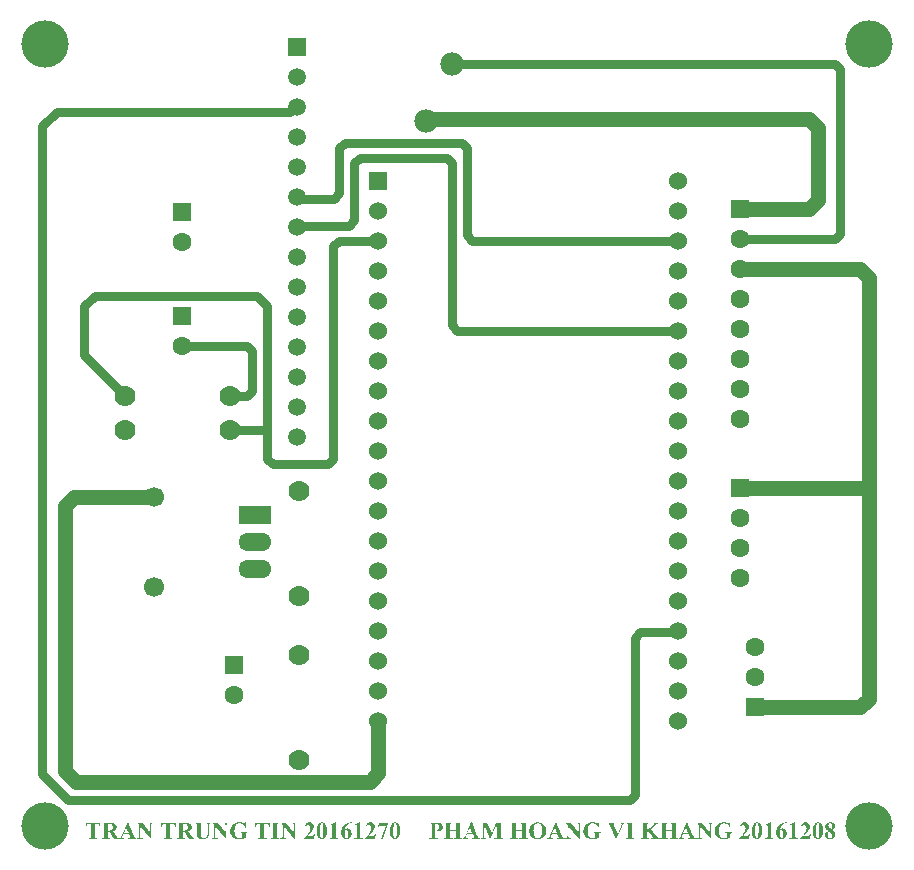
<source format=gtl>
G04*
G04 #@! TF.GenerationSoftware,Altium Limited,Altium Designer,21.2.1 (34)*
G04*
G04 Layer_Physical_Order=1*
G04 Layer_Color=255*
%FSTAX24Y24*%
%MOIN*%
G70*
G04*
G04 #@! TF.SameCoordinates,A0B086A8-5AB1-40D3-A59C-F662E0C94A6C*
G04*
G04*
G04 #@! TF.FilePolarity,Positive*
G04*
G01*
G75*
%ADD21C,0.0780*%
%ADD29C,0.0300*%
%ADD30C,0.0500*%
%ADD31C,0.0630*%
%ADD32R,0.0630X0.0630*%
%ADD33C,0.0602*%
%ADD34R,0.0602X0.0602*%
%ADD35C,0.0700*%
%ADD36C,0.0669*%
%ADD37R,0.1100X0.0600*%
%ADD38O,0.1100X0.0600*%
%ADD39C,0.1575*%
%ADD40C,0.0598*%
%ADD41R,0.0598X0.0598*%
G36*
X022885Y022273D02*
X022871D01*
Y022274D01*
X02287Y022277D01*
X022869Y022281D01*
X022866Y022286D01*
X022864Y022292D01*
X02286Y0223D01*
X022851Y022317D01*
X02284Y022336D01*
X022826Y022356D01*
X02281Y022374D01*
X022801Y022383D01*
X022791Y022391D01*
X02279Y022391D01*
X022789Y022392D01*
X022786Y022395D01*
X022782Y022397D01*
X022777Y0224D01*
X022771Y022404D01*
X022765Y022407D01*
X022757Y022411D01*
X02274Y022419D01*
X02272Y022425D01*
X022699Y02243D01*
X022687Y022431D01*
X022675Y022431D01*
X02267D01*
X022665Y022431D01*
X02266D01*
X022654Y02243D01*
X02264Y022427D01*
X022624Y022423D01*
X022607Y022417D01*
X02259Y022409D01*
X022575Y022397D01*
X022574D01*
X022573Y022396D01*
X022568Y022391D01*
X022561Y022383D01*
X022553Y022372D01*
X022543Y022359D01*
X022534Y022343D01*
X022526Y022324D01*
X022518Y022302D01*
Y022302D01*
X022517Y0223D01*
X022516Y022297D01*
X022516Y022292D01*
X022514Y022287D01*
X022513Y02228D01*
X022511Y022272D01*
X02251Y022264D01*
X022506Y022246D01*
X022504Y022225D01*
X022502Y022202D01*
X022501Y022178D01*
Y022177D01*
Y022175D01*
Y022171D01*
Y022165D01*
X022502Y022158D01*
Y022151D01*
X022503Y022142D01*
X022504Y022132D01*
X022506Y022111D01*
X022509Y022088D01*
X022514Y022065D01*
X02252Y022042D01*
Y022042D01*
X022521Y02204D01*
X022521Y022037D01*
X022523Y022033D01*
X022526Y022028D01*
X022528Y022022D01*
X022534Y02201D01*
X022542Y021996D01*
X022552Y021982D01*
X022564Y021968D01*
X022578Y021957D01*
X022579D01*
X02258Y021956D01*
X022582Y021954D01*
X022585Y021952D01*
X022594Y021948D01*
X022605Y021943D01*
X02262Y021938D01*
X022636Y021934D01*
X022655Y021931D01*
X022675Y02193D01*
X022682D01*
X022687Y021931D01*
X022693D01*
X0227Y021932D01*
X022714Y021934D01*
X022715D01*
X022717Y021935D01*
X022721Y021936D01*
X022727Y021937D01*
X022733Y021939D01*
X02274Y021941D01*
X022756Y021946D01*
Y022058D01*
Y02206D01*
Y022063D01*
Y022069D01*
X022755Y022075D01*
Y022082D01*
X022755Y022089D01*
X022753Y022095D01*
X022751Y022099D01*
Y0221D01*
X02275Y022101D01*
X022747Y022105D01*
X022742Y02211D01*
X022738Y022113D01*
X022733Y022116D01*
X022732D01*
X02273Y022117D01*
X022728Y022118D01*
X022724Y02212D01*
X022719Y022122D01*
X022714Y022122D01*
X0227Y022124D01*
X022687D01*
Y022138D01*
X022949D01*
Y022124D01*
X022947D01*
X022944Y022123D01*
X022939D01*
X022932Y022122D01*
X022918Y022119D01*
X022912Y022117D01*
X022906Y022115D01*
X022905D01*
X022905Y022114D01*
X0229Y02211D01*
X022894Y022104D01*
X022889Y022095D01*
X022888Y022093D01*
Y022091D01*
X022887Y022087D01*
X022886Y022082D01*
Y022077D01*
X022885Y022068D01*
Y022058D01*
Y021946D01*
X022885D01*
X022883Y021945D01*
X02288Y021943D01*
X022876Y021942D01*
X022872Y02194D01*
X022866Y021938D01*
X022853Y021933D01*
X022836Y021927D01*
X022818Y021922D01*
X022799Y021917D01*
X022778Y021912D01*
X022777D01*
X022775Y021911D01*
X022772D01*
X022768Y02191D01*
X022763Y021909D01*
X022757Y021908D01*
X02275Y021907D01*
X022743Y021906D01*
X022725Y021903D01*
X022705Y021902D01*
X022685Y021901D01*
X022662Y0219D01*
X02265D01*
X022643Y021901D01*
X022635D01*
X022627Y021902D01*
X022618Y021902D01*
X022598Y021905D01*
X022577Y021908D01*
X022555Y021913D01*
X022536Y02192D01*
X022535D01*
X022533Y021921D01*
X022531Y021922D01*
X022527Y021924D01*
X022517Y021928D01*
X022506Y021935D01*
X022491Y021942D01*
X022476Y021952D01*
X022461Y021962D01*
X022446Y021975D01*
Y021976D01*
X022445Y021977D01*
X02244Y021981D01*
X022433Y021988D01*
X022425Y021997D01*
X022415Y022009D01*
X022405Y022022D01*
X022395Y022036D01*
X022386Y022052D01*
Y022052D01*
X022385Y022054D01*
X022383Y022057D01*
X022381Y022062D01*
X022379Y022067D01*
X022377Y022072D01*
X022375Y02208D01*
X022372Y022087D01*
X022366Y022106D01*
X022362Y022127D01*
X022359Y022149D01*
X022358Y022174D01*
Y022176D01*
Y02218D01*
X022359Y022186D01*
X02236Y022194D01*
X022361Y022205D01*
X022362Y022217D01*
X022366Y022231D01*
X022369Y022246D01*
X022373Y022261D01*
X022379Y022277D01*
X022386Y022295D01*
X022394Y022311D01*
X022404Y022329D01*
X022415Y022346D01*
X022428Y022363D01*
X022443Y022379D01*
X022444Y02238D01*
X022447Y022382D01*
X022452Y022386D01*
X022459Y022392D01*
X022467Y022398D01*
X022477Y022406D01*
X022489Y022413D01*
X022502Y022421D01*
X022517Y022429D01*
X022533Y022436D01*
X022551Y022444D01*
X02257Y02245D01*
X02259Y022456D01*
X022611Y02246D01*
X022635Y022462D01*
X022658Y022463D01*
X022672D01*
X022682Y022462D01*
X022693Y022461D01*
X022705Y022461D01*
X02273Y022456D01*
X022731D01*
X022734Y022456D01*
X022738Y022455D01*
X022744Y022453D01*
X022752Y022451D01*
X022761Y022447D01*
X022773Y022443D01*
X022786Y022438D01*
X022787D01*
X022788Y022437D01*
X022793Y022436D01*
X022799Y022434D01*
X022807Y022431D01*
X022815Y022428D01*
X022822Y022426D01*
X022829Y022425D01*
X022833Y022424D01*
X022835D01*
X02284Y022425D01*
X022846Y022427D01*
X022853Y022431D01*
X022854Y022432D01*
X022855Y022433D01*
X022856Y022436D01*
X022859Y022439D01*
X022862Y022443D01*
X022865Y022448D01*
X022868Y022455D01*
X022871Y022463D01*
X022885D01*
Y022273D01*
D02*
G37*
G36*
X023673Y022305D02*
X023658D01*
Y022306D01*
X023658Y022307D01*
X023657Y02231D01*
X023656Y022313D01*
X023653Y022322D01*
X02365Y022332D01*
X023645Y022344D01*
X023641Y022356D01*
X023635Y022367D01*
X023629Y022376D01*
X023628Y022377D01*
X023627Y022381D01*
X023623Y022384D01*
X023618Y02239D01*
X023613Y022395D01*
X023605Y022401D01*
X023597Y022407D01*
X023588Y022412D01*
X023587D01*
X023585Y022413D01*
X023581Y022415D01*
X023575Y022416D01*
X023568Y022417D01*
X023559Y022419D01*
X023548Y02242D01*
X023495D01*
Y022004D01*
Y022003D01*
Y022002D01*
Y021997D01*
Y021991D01*
X023496Y021982D01*
Y021973D01*
X023497Y021964D01*
X023498Y021957D01*
X023499Y021952D01*
Y021951D01*
X0235Y02195D01*
X023503Y021946D01*
X023508Y02194D01*
X023513Y021937D01*
X023517Y021934D01*
X023518D01*
X023519Y021933D01*
X023523Y021932D01*
X023526Y021931D01*
X023532Y021929D01*
X023538Y021927D01*
X023544Y021927D01*
X023571D01*
Y021913D01*
X02329D01*
Y021927D01*
X023312D01*
X023316Y021927D01*
X023321D01*
X023334Y02193D01*
X023339Y021932D01*
X023345Y021935D01*
X023346D01*
X023347Y021936D01*
X023351Y021939D01*
X023356Y021945D01*
X023361Y021953D01*
Y021954D01*
X023362Y021956D01*
X023363Y021958D01*
X023364Y021963D01*
X023364Y02197D01*
X023365Y021979D01*
X023366Y02199D01*
Y022004D01*
Y02242D01*
X023318D01*
X023309Y022419D01*
X023296Y022417D01*
X023284Y022414D01*
X02327Y02241D01*
X023258Y022404D01*
X023248Y022396D01*
X023246Y022395D01*
X023242Y022391D01*
X023236Y022383D01*
X023229Y022373D01*
X023222Y02236D01*
X023214Y022344D01*
X023209Y022326D01*
X023204Y022305D01*
X023189D01*
Y022451D01*
X023673D01*
Y022305D01*
D02*
G37*
G36*
X020537D02*
X020523D01*
Y022306D01*
X020522Y022307D01*
X020521Y02231D01*
X02052Y022313D01*
X020518Y022322D01*
X020515Y022332D01*
X02051Y022344D01*
X020505Y022356D01*
X0205Y022367D01*
X020494Y022376D01*
X020493Y022377D01*
X020491Y022381D01*
X020488Y022384D01*
X020483Y02239D01*
X020477Y022395D01*
X02047Y022401D01*
X020461Y022407D01*
X020452Y022412D01*
X020451D01*
X02045Y022413D01*
X020446Y022415D01*
X02044Y022416D01*
X020433Y022417D01*
X020424Y022419D01*
X020413Y02242D01*
X02036Y02242D01*
Y022004D01*
Y022003D01*
Y022002D01*
Y021997D01*
Y021991D01*
X020361Y021982D01*
Y021973D01*
X020361Y021964D01*
X020362Y021957D01*
X020364Y021952D01*
Y021951D01*
X020365Y02195D01*
X020368Y021946D01*
X020373Y02194D01*
X020377Y021937D01*
X020381Y021934D01*
X020382D01*
X020384Y021933D01*
X020387Y021932D01*
X020391Y021931D01*
X020396Y021929D01*
X020402Y021927D01*
X020409Y021927D01*
X020436Y021927D01*
Y021913D01*
X020155Y021912D01*
Y021927D01*
X020176D01*
X020181Y021927D01*
X020186D01*
X020198Y02193D01*
X020204Y021932D01*
X02021Y021935D01*
X020211D01*
X020211Y021936D01*
X020216Y021939D01*
X020221Y021945D01*
X020226Y021953D01*
Y021954D01*
X020226Y021956D01*
X020227Y021958D01*
X020228Y021963D01*
X020229Y02197D01*
X02023Y021979D01*
X020231Y02199D01*
Y022004D01*
Y02242D01*
X020182D01*
X020173Y022419D01*
X020161Y022417D01*
X020148Y022414D01*
X020135Y02241D01*
X020122Y022404D01*
X020112Y022396D01*
X020111Y022395D01*
X020106Y022391D01*
X020101Y022383D01*
X020094Y022373D01*
X020086Y02236D01*
X020079Y022344D01*
X020073Y022326D01*
X020069Y022305D01*
X020054D01*
Y022451D01*
X020537Y022451D01*
Y022305D01*
D02*
G37*
G36*
X018033Y022305D02*
X018019D01*
Y022306D01*
X018018Y022307D01*
X018017Y02231D01*
X018016Y022313D01*
X018014Y022322D01*
X018011Y022332D01*
X018006Y022344D01*
X018001Y022356D01*
X017996Y022367D01*
X01799Y022376D01*
X017989Y022377D01*
X017987Y022381D01*
X017984Y022384D01*
X017979Y02239D01*
X017973Y022395D01*
X017966Y022401D01*
X017957Y022407D01*
X017948Y022412D01*
X017947D01*
X017946Y022413D01*
X017942Y022415D01*
X017936Y022416D01*
X017929Y022417D01*
X01792Y022419D01*
X017909Y02242D01*
X017856D01*
Y022004D01*
Y022003D01*
Y022002D01*
Y021997D01*
Y021991D01*
X017857Y021982D01*
Y021973D01*
X017857Y021964D01*
X017858Y021957D01*
X01786Y021952D01*
Y021951D01*
X017861Y02195D01*
X017864Y021946D01*
X017869Y02194D01*
X017873Y021937D01*
X017877Y021934D01*
X017878D01*
X01788Y021933D01*
X017883Y021932D01*
X017887Y021931D01*
X017892Y021929D01*
X017898Y021927D01*
X017905Y021927D01*
X017932D01*
Y021912D01*
X017651D01*
Y021927D01*
X017672D01*
X017677Y021927D01*
X017682D01*
X017694Y02193D01*
X0177Y021932D01*
X017706Y021935D01*
X017707D01*
X017707Y021936D01*
X017712Y021939D01*
X017717Y021945D01*
X017722Y021953D01*
Y021954D01*
X017722Y021956D01*
X017723Y021958D01*
X017724Y021963D01*
X017725Y02197D01*
X017726Y021979D01*
X017727Y02199D01*
Y022004D01*
Y02242D01*
X017678D01*
X017669Y022419D01*
X017657Y022417D01*
X017644Y022414D01*
X017631Y02241D01*
X017618Y022404D01*
X017608Y022396D01*
X017607Y022395D01*
X017602Y022391D01*
X017597Y022383D01*
X01759Y022373D01*
X017582Y02236D01*
X017575Y022344D01*
X017569Y022326D01*
X017565Y022305D01*
X01755D01*
Y022451D01*
X018033D01*
Y022305D01*
D02*
G37*
G36*
X024584Y022436D02*
X024582D01*
X024578Y022436D01*
X024572Y022435D01*
X024565Y022433D01*
X02455Y022429D01*
X024542Y022426D01*
X024537Y022424D01*
X024536D01*
X024536Y022422D01*
X024531Y022419D01*
X024525Y022411D01*
X024521Y022407D01*
X024519Y022401D01*
Y022401D01*
X024518Y022399D01*
X024517Y022395D01*
X024516Y022389D01*
X024515Y022381D01*
X024514Y022372D01*
X024513Y022361D01*
Y022348D01*
Y0219D01*
X024499D01*
X024137Y022348D01*
Y022006D01*
Y022005D01*
Y022004D01*
Y022002D01*
Y021998D01*
X024138Y02199D01*
X02414Y021981D01*
X024142Y02197D01*
X024147Y021959D01*
X024152Y02195D01*
X024158Y021942D01*
X024159Y021942D01*
X024162Y02194D01*
X024167Y021937D01*
X024172Y021935D01*
X024179Y021932D01*
X024187Y021929D01*
X024197Y021927D01*
X024207Y021927D01*
X02422D01*
Y021913D01*
X024029D01*
Y021927D01*
X024037D01*
X024044Y021927D01*
X024053Y021929D01*
X024063Y021931D01*
X024074Y021934D01*
X024083Y021938D01*
X024091Y021944D01*
X024092Y021945D01*
X024093Y021947D01*
X024097Y021952D01*
X0241Y021959D01*
X024102Y021967D01*
X024106Y021978D01*
X024107Y021991D01*
X024108Y022006D01*
Y022386D01*
X024097Y0224D01*
X024096Y022401D01*
X024094Y022403D01*
X024091Y022407D01*
X024087Y022411D01*
X024077Y022421D01*
X024071Y022425D01*
X024066Y022428D01*
X024065D01*
X024063Y022429D01*
X024061Y022431D01*
X024057Y022432D01*
X024051Y022433D01*
X024045Y022435D01*
X024037Y022436D01*
X024028Y022436D01*
Y022451D01*
X024219D01*
X024484Y022117D01*
Y022348D01*
Y022349D01*
Y022351D01*
Y022353D01*
Y022356D01*
X024483Y022364D01*
X024482Y022375D01*
X024481Y022386D01*
X024478Y022396D01*
X024475Y022406D01*
X02447Y022414D01*
X024469Y022415D01*
X024466Y022417D01*
X024461Y022421D01*
X024455Y022426D01*
X024446Y022429D01*
X024435Y022433D01*
X024422Y022436D01*
X024406Y022436D01*
Y022451D01*
X024584D01*
Y022436D01*
D02*
G37*
G36*
X022306D02*
X022304D01*
X0223Y022436D01*
X022294Y022435D01*
X022286Y022433D01*
X022271Y022429D01*
X022264Y022426D01*
X022259Y022424D01*
X022258D01*
X022257Y022422D01*
X022252Y022419D01*
X022246Y022411D01*
X022243Y022407D01*
X022241Y022401D01*
Y022401D01*
X02224Y022399D01*
X022239Y022395D01*
X022238Y022389D01*
X022236Y022381D01*
X022236Y022372D01*
X022235Y022361D01*
Y022348D01*
Y0219D01*
X022221D01*
X021859Y022348D01*
Y022006D01*
Y022005D01*
Y022004D01*
Y022002D01*
Y021998D01*
X02186Y02199D01*
X021862Y021981D01*
X021864Y02197D01*
X021868Y021959D01*
X021873Y02195D01*
X02188Y021942D01*
X021881Y021942D01*
X021883Y02194D01*
X021888Y021937D01*
X021894Y021935D01*
X021901Y021932D01*
X021909Y021929D01*
X021918Y021927D01*
X021928Y021927D01*
X021942D01*
Y021913D01*
X021751D01*
Y021927D01*
X021758D01*
X021766Y021927D01*
X021775Y021929D01*
X021785Y021931D01*
X021796Y021934D01*
X021805Y021938D01*
X021812Y021944D01*
X021813Y021945D01*
X021815Y021947D01*
X021818Y021952D01*
X021822Y021959D01*
X021824Y021967D01*
X021827Y021978D01*
X021829Y021991D01*
X02183Y022006D01*
Y022386D01*
X021818Y0224D01*
X021817Y022401D01*
X021816Y022403D01*
X021812Y022407D01*
X021808Y022411D01*
X021798Y022421D01*
X021792Y022425D01*
X021787Y022428D01*
X021787D01*
X021785Y022429D01*
X021782Y022431D01*
X021778Y022432D01*
X021772Y022433D01*
X021767Y022435D01*
X021759Y022436D01*
X02175Y022436D01*
Y022451D01*
X021941D01*
X022206Y022117D01*
Y022348D01*
Y022349D01*
Y022351D01*
Y022353D01*
Y022356D01*
X022205Y022364D01*
X022204Y022375D01*
X022202Y022386D01*
X0222Y022396D01*
X022196Y022406D01*
X022191Y022414D01*
X022191Y022415D01*
X022188Y022417D01*
X022183Y022421D01*
X022176Y022426D01*
X022167Y022429D01*
X022156Y022433D01*
X022144Y022436D01*
X022128Y022436D01*
Y022451D01*
X022306D01*
Y022436D01*
D02*
G37*
G36*
X019802Y022436D02*
X0198D01*
X019796Y022436D01*
X01979Y022435D01*
X019782Y022433D01*
X019767Y022429D01*
X01976Y022426D01*
X019755Y022424D01*
X019754D01*
X019753Y022422D01*
X019748Y022419D01*
X019742Y022411D01*
X019739Y022407D01*
X019737Y022401D01*
Y022401D01*
X019736Y022399D01*
X019735Y022395D01*
X019734Y022389D01*
X019732Y022381D01*
X019732Y022372D01*
X019731Y022361D01*
Y022348D01*
Y0219D01*
X019717D01*
X019355Y022348D01*
Y022006D01*
Y022005D01*
Y022004D01*
Y022002D01*
Y021998D01*
X019356Y02199D01*
X019358Y021981D01*
X01936Y02197D01*
X019364Y021959D01*
X019369Y02195D01*
X019376Y021942D01*
X019377Y021942D01*
X019379Y02194D01*
X019384Y021937D01*
X01939Y021935D01*
X019397Y021932D01*
X019405Y021929D01*
X019414Y021927D01*
X019424Y021927D01*
X019438D01*
Y021912D01*
X019247D01*
Y021927D01*
X019254D01*
X019262Y021927D01*
X019271Y021929D01*
X019281Y021931D01*
X019292Y021934D01*
X019301Y021938D01*
X019308Y021944D01*
X019309Y021945D01*
X019311Y021947D01*
X019314Y021952D01*
X019318Y021959D01*
X01932Y021967D01*
X019323Y021978D01*
X019325Y021991D01*
X019326Y022006D01*
Y022386D01*
X019314Y0224D01*
X019313Y022401D01*
X019312Y022403D01*
X019308Y022407D01*
X019304Y022411D01*
X019294Y022421D01*
X019288Y022425D01*
X019283Y022428D01*
X019283D01*
X019281Y022429D01*
X019278Y022431D01*
X019274Y022432D01*
X019268Y022433D01*
X019263Y022435D01*
X019255Y022436D01*
X019246Y022436D01*
Y022451D01*
X019437D01*
X019702Y022117D01*
Y022348D01*
Y022349D01*
Y022351D01*
Y022353D01*
Y022356D01*
X019701Y022364D01*
X0197Y022375D01*
X019698Y022386D01*
X019696Y022396D01*
X019692Y022406D01*
X019687Y022414D01*
X019687Y022415D01*
X019684Y022417D01*
X019679Y022421D01*
X019672Y022426D01*
X019663Y022429D01*
X019652Y022433D01*
X01964Y022436D01*
X019624Y022436D01*
Y022451D01*
X019802D01*
Y022436D01*
D02*
G37*
G36*
X021724Y022436D02*
X021709D01*
X021705Y022436D01*
X021699D01*
X021688Y022432D01*
X021681Y022431D01*
X021675Y022427D01*
X021674D01*
X021673Y022426D01*
X02167Y022423D01*
X021667Y022421D01*
X021663Y022416D01*
X021659Y022411D01*
X021656Y022406D01*
X021653Y0224D01*
Y022399D01*
X021653Y022397D01*
X021652Y022394D01*
X021651Y022389D01*
X02165Y022383D01*
X021649Y022375D01*
X021648Y022366D01*
Y022354D01*
Y022149D01*
Y022148D01*
Y022145D01*
Y02214D01*
Y022133D01*
Y022126D01*
X021648Y022117D01*
Y022107D01*
X021647Y022097D01*
X021645Y022074D01*
X021643Y022051D01*
X02164Y02203D01*
X021638Y02202D01*
X021636Y022012D01*
Y022011D01*
X021635Y02201D01*
X021634Y022007D01*
X021633Y022005D01*
X021629Y021997D01*
X021623Y021987D01*
X021616Y021975D01*
X021605Y021962D01*
X021592Y021948D01*
X021583Y021942D01*
X021575Y021935D01*
X021574D01*
X021573Y021933D01*
X02157Y021932D01*
X021566Y021929D01*
X021562Y021927D01*
X021555Y021924D01*
X021548Y021921D01*
X021541Y021917D01*
X021532Y021914D01*
X021522Y021911D01*
X021511Y021908D01*
X021499Y021906D01*
X021487Y021903D01*
X021473Y021902D01*
X021458Y021901D01*
X021443Y0219D01*
X021432D01*
X021426Y021901D01*
X021419D01*
X021403Y021902D01*
X021387Y021904D01*
X021368Y021907D01*
X021351Y021913D01*
X021336Y021918D01*
X021335D01*
X021333Y021919D01*
X021331Y021921D01*
X021328Y021922D01*
X021318Y021928D01*
X021308Y021936D01*
X021295Y021945D01*
X021284Y021957D01*
X021272Y021969D01*
X021263Y021983D01*
Y021984D01*
X021262Y021985D01*
X021261Y021987D01*
X021259Y021991D01*
X021258Y021995D01*
X021256Y021999D01*
X021253Y022012D01*
X021249Y022027D01*
X021245Y022045D01*
X021243Y022067D01*
X021242Y02209D01*
Y022354D01*
Y022355D01*
Y022356D01*
Y022358D01*
Y022361D01*
Y022369D01*
X021241Y022378D01*
X02124Y022388D01*
X021239Y022397D01*
X021238Y022406D01*
X021236Y022411D01*
Y022412D01*
X021235Y022413D01*
X021232Y022418D01*
X021227Y022424D01*
X021219Y02243D01*
X021218D01*
X021216Y022431D01*
X021213Y022432D01*
X021208Y022433D01*
X021202Y022435D01*
X021194Y022436D01*
X021184Y022436D01*
X021172D01*
Y022451D01*
X021449D01*
Y022436D01*
X021424D01*
X021418Y022436D01*
X021403Y022434D01*
X021397Y022432D01*
X021392Y02243D01*
X021391D01*
X02139Y022429D01*
X021385Y022425D01*
X02138Y022419D01*
X021375Y022411D01*
Y022411D01*
X021374Y022409D01*
X021373Y022406D01*
Y0224D01*
X021373Y022392D01*
X021372Y022382D01*
X021371Y02237D01*
Y022354D01*
Y02209D01*
Y022089D01*
Y022087D01*
Y022083D01*
Y022078D01*
Y022072D01*
X021372Y022066D01*
X021373Y022052D01*
X021373Y022035D01*
X021376Y02202D01*
X021378Y022006D01*
X02138Y022D01*
X021382Y021995D01*
X021383Y021994D01*
X021384Y021991D01*
X021387Y021987D01*
X02139Y021982D01*
X021395Y021975D01*
X021401Y021968D01*
X021408Y021962D01*
X021417Y021956D01*
X021418Y021955D01*
X021421Y021953D01*
X021427Y021951D01*
X021434Y021948D01*
X021443Y021946D01*
X021454Y021943D01*
X021467Y021942D01*
X02148Y021941D01*
X021488D01*
X021495Y021942D01*
X021506Y021943D01*
X021517Y021946D01*
X021529Y021949D01*
X021542Y021953D01*
X021553Y02196D01*
X021555Y021961D01*
X021558Y021963D01*
X021564Y021968D01*
X021571Y021974D01*
X021578Y021982D01*
X021586Y021992D01*
X021593Y022002D01*
X021599Y022014D01*
Y022015D01*
X0216Y022016D01*
X021601Y022017D01*
X021602Y022021D01*
X021603Y022025D01*
X021604Y022029D01*
X021606Y022035D01*
X021608Y022042D01*
X021608Y02205D01*
X02161Y022058D01*
X021612Y022068D01*
X021613Y022079D01*
X021613Y022091D01*
X021614Y022104D01*
X021615Y022118D01*
Y022134D01*
Y022354D01*
Y022355D01*
Y022356D01*
Y02236D01*
Y022366D01*
X021614Y022374D01*
X021612Y022391D01*
X021609Y022398D01*
X021607Y022405D01*
Y022406D01*
X021605Y022407D01*
X021603Y02241D01*
X021602Y022414D01*
X021596Y022421D01*
X021593Y022425D01*
X021588Y022427D01*
X021588Y022428D01*
X021585Y022429D01*
X021581Y022431D01*
X021575Y022432D01*
X021568Y022434D01*
X021559Y022435D01*
X02155Y022436D01*
X021538D01*
Y022451D01*
X021724D01*
Y022436D01*
D02*
G37*
G36*
X019142Y02202D02*
Y022019D01*
X019143Y022017D01*
X019144Y022014D01*
X019147Y02201D01*
X019149Y022005D01*
X019152Y021999D01*
X019158Y021987D01*
X019165Y021972D01*
X019173Y02196D01*
X01918Y021949D01*
X019184Y021944D01*
X019188Y021941D01*
X019189Y02194D01*
X01919Y021939D01*
X019194Y021937D01*
X019198Y021934D01*
X019203Y021932D01*
X019209Y02193D01*
X019217Y021927D01*
X019226Y021927D01*
Y021912D01*
X018965D01*
Y021927D01*
X018981D01*
X018987Y021927D01*
X018994D01*
X019008Y02193D01*
X019014Y021932D01*
X01902Y021935D01*
X019021D01*
X019022Y021937D01*
X019025Y02194D01*
X019028Y021946D01*
X019029Y021949D01*
Y021953D01*
Y021955D01*
Y021958D01*
X019029Y021962D01*
X019027Y021968D01*
Y021969D01*
X019026Y021971D01*
X019025Y021973D01*
X019024Y021977D01*
X019021Y021982D01*
X019019Y021989D01*
X019014Y021998D01*
X018985Y022066D01*
X018797D01*
X018774Y022013D01*
X018773Y022012D01*
X018772Y022009D01*
X01877Y022004D01*
X018769Y021997D01*
X018765Y021983D01*
X018764Y021976D01*
X018763Y021969D01*
Y021968D01*
Y021966D01*
X018764Y021962D01*
X018765Y021957D01*
X018767Y021951D01*
X01877Y021946D01*
X018775Y02194D01*
X018781Y021936D01*
X018782D01*
X018784Y021935D01*
X018787Y021933D01*
X018792Y021932D01*
X018799Y021931D01*
X018808Y021929D01*
X018819Y021927D01*
X018834Y021927D01*
Y021912D01*
X018657D01*
D01*
X018487D01*
X018314Y022157D01*
X018279D01*
Y022006D01*
Y022005D01*
Y022004D01*
Y021999D01*
Y021992D01*
X01828Y021982D01*
Y021973D01*
X018281Y021964D01*
X018282Y021957D01*
X018284Y021951D01*
Y02195D01*
X018285Y021949D01*
X018288Y021945D01*
X018294Y021939D01*
X018302Y021933D01*
X018303D01*
X018305Y021932D01*
X018309Y021932D01*
X018314Y02193D01*
X018321Y021929D01*
X01833Y021927D01*
X018341Y021927D01*
X018354D01*
Y021912D01*
X018078D01*
Y021927D01*
X018091D01*
X018099Y021927D01*
X018116Y021929D01*
X018123Y021931D01*
X018129Y021933D01*
X01813D01*
X018131Y021934D01*
X018136Y021938D01*
X018142Y021943D01*
X018147Y021951D01*
Y021952D01*
X018148Y021953D01*
X018149Y021957D01*
X018151Y021962D01*
X018151Y021969D01*
X018152Y021979D01*
X018153Y021991D01*
Y022006D01*
Y022357D01*
Y022358D01*
Y022359D01*
Y022364D01*
Y022371D01*
X018152Y02238D01*
X018151Y022389D01*
X018151Y022398D01*
X018149Y022406D01*
X018147Y022411D01*
Y022411D01*
X018146Y022412D01*
X018143Y022417D01*
X018137Y022423D01*
X018133Y022426D01*
X018128Y022429D01*
X018127D01*
X018126Y02243D01*
X018122Y022431D01*
X018117Y022433D01*
X01811Y022434D01*
X018101Y022436D01*
X018091Y022436D01*
X018078D01*
Y022451D01*
X018352D01*
X018361Y02245D01*
X018371D01*
X018382Y022449D01*
X018405Y022447D01*
X01843Y022445D01*
X018451Y022441D01*
X018461Y022439D01*
X01847Y022436D01*
X018471D01*
X018472Y022436D01*
X018475Y022435D01*
X018478Y022434D01*
X018486Y022431D01*
X018497Y022426D01*
X018509Y022418D01*
X018521Y02241D01*
X018533Y022399D01*
X018545Y022386D01*
X018546Y022385D01*
X01855Y02238D01*
X018554Y022372D01*
X01856Y022362D01*
X018565Y02235D01*
X01857Y022336D01*
X018573Y022319D01*
X018574Y022302D01*
Y022301D01*
Y022299D01*
Y022296D01*
X018573Y022292D01*
X018572Y022287D01*
X018571Y022281D01*
X018569Y022267D01*
X018563Y022252D01*
X018555Y022235D01*
X01855Y022227D01*
X018545Y022219D01*
X018538Y022211D01*
X01853Y022203D01*
X018529Y022202D01*
X018525Y022199D01*
X018519Y022195D01*
X01851Y022189D01*
X0185Y022183D01*
X018486Y022177D01*
X018471Y022171D01*
X018454Y022166D01*
X018583Y021984D01*
X018584Y021982D01*
X018587Y021978D01*
X018591Y021972D01*
X018597Y021966D01*
X018603Y021958D01*
X018609Y021951D01*
X018614Y021944D01*
X018619Y02194D01*
X01862Y021939D01*
X018622Y021938D01*
X018625Y021937D01*
X01863Y021934D01*
X018635Y021932D01*
X018642Y02193D01*
X01865Y021928D01*
X018657Y021927D01*
Y021927D01*
X01866Y021927D01*
X018665Y021929D01*
X018671Y021931D01*
X018679Y021934D01*
X018687Y021938D01*
X018695Y021943D01*
X018702Y02195D01*
X018703Y021951D01*
X018705Y021954D01*
X01871Y02196D01*
X018715Y021967D01*
X018722Y021979D01*
X018725Y021986D01*
X01873Y021993D01*
X018735Y022002D01*
X018739Y022011D01*
X018744Y022021D01*
X018749Y022032D01*
X018941Y022461D01*
X018949D01*
X019142Y02202D01*
D02*
G37*
G36*
X02705Y022461D02*
X02706Y022459D01*
X02707Y022456D01*
X027083Y022453D01*
X027096Y022449D01*
X027109Y022442D01*
X02711Y022441D01*
X027115Y022439D01*
X02712Y022435D01*
X027128Y022429D01*
X027137Y022421D01*
X027145Y022412D01*
X027154Y022401D01*
X027162Y02239D01*
X027163Y022388D01*
X027165Y022384D01*
X027168Y022378D01*
X027172Y02237D01*
X027175Y02236D01*
X027178Y02235D01*
X02718Y022339D01*
X027181Y022328D01*
Y022327D01*
Y022326D01*
Y022323D01*
X02718Y022319D01*
Y022314D01*
X027179Y022308D01*
X027178Y022295D01*
X027174Y022278D01*
X027169Y022261D01*
X027161Y022241D01*
X027151Y022221D01*
X02715Y02222D01*
X027149Y022217D01*
X027147Y022213D01*
X027143Y022207D01*
X027138Y0222D01*
X027131Y022191D01*
X027124Y02218D01*
X027115Y022167D01*
X027104Y022154D01*
X027091Y022139D01*
X027077Y022122D01*
X02706Y022104D01*
X027043Y022084D01*
X027023Y022063D01*
X027Y022041D01*
X026976Y022017D01*
X027107D01*
X027115Y022017D01*
X027125D01*
X027134Y022018D01*
X027142Y022019D01*
X027148Y02202D01*
X027149D01*
X02715Y022021D01*
X027155Y022022D01*
X027163Y022027D01*
X027169Y022032D01*
Y022032D01*
X027171Y022033D01*
X027173Y022036D01*
X027175Y02204D01*
X027179Y022045D01*
X027182Y022051D01*
X027186Y022059D01*
X027191Y022068D01*
X027206D01*
X027175Y021913D01*
X02686D01*
Y021921D01*
X02686Y021922D01*
X026861Y021922D01*
X026863Y021925D01*
X026866Y021928D01*
X026873Y021937D01*
X026883Y021949D01*
X026895Y021962D01*
X026907Y021979D01*
X026921Y021997D01*
X026936Y022015D01*
X026967Y022054D01*
X026981Y022073D01*
X026995Y022092D01*
X027009Y02211D01*
X02702Y022127D01*
X02703Y022142D01*
X027036Y022154D01*
Y022155D01*
X027038Y022157D01*
X027039Y02216D01*
X027041Y022164D01*
X027044Y02217D01*
X027046Y022176D01*
X027049Y022183D01*
X027052Y022192D01*
X027057Y022209D01*
X027062Y022228D01*
X027065Y022249D01*
X027067Y022271D01*
Y022272D01*
Y022272D01*
Y022277D01*
X027065Y022286D01*
X027064Y022295D01*
X02706Y022306D01*
X027056Y022317D01*
X02705Y022329D01*
X027041Y02234D01*
X02704Y022341D01*
X027036Y022344D01*
X027031Y022349D01*
X027024Y022354D01*
X027015Y022359D01*
X027004Y022364D01*
X026991Y022367D01*
X026978Y022368D01*
X026972D01*
X026968Y022367D01*
X026963Y022366D01*
X026957Y022365D01*
X026944Y022361D01*
X026936Y022357D01*
X026928Y022353D01*
X02692Y022348D01*
X026913Y022342D01*
X026905Y022335D01*
X026897Y022327D01*
X02689Y022317D01*
X026884Y022307D01*
X026869Y022311D01*
Y022312D01*
X02687Y022315D01*
X026871Y022319D01*
X026873Y022324D01*
X026875Y022331D01*
X026878Y022337D01*
X026885Y022355D01*
X026895Y022373D01*
X026905Y022391D01*
X026919Y02241D01*
X026926Y022417D01*
X026934Y022425D01*
X026935Y022426D01*
X026935Y022426D01*
X026938Y022428D01*
X026941Y022431D01*
X026945Y022433D01*
X02695Y022436D01*
X026963Y022443D01*
X026977Y02245D01*
X026995Y022456D01*
X027014Y02246D01*
X027024Y022461D01*
X027041D01*
X02705Y022461D01*
D02*
G37*
G36*
X026698Y022022D02*
Y022021D01*
Y022019D01*
Y022017D01*
Y022013D01*
Y022005D01*
X026699Y021995D01*
Y021984D01*
X0267Y021973D01*
X0267Y021964D01*
X026701Y021961D01*
X026702Y021957D01*
Y021957D01*
X026703Y021955D01*
X026704Y021952D01*
X026706Y02195D01*
X026711Y021942D01*
X026716Y021938D01*
X02672Y021935D01*
X02672D01*
X026722Y021933D01*
X026725Y021932D01*
X02673Y021931D01*
X026737Y021929D01*
X026745Y021928D01*
X026754Y021927D01*
X026777D01*
Y021913D01*
X026494D01*
Y021927D01*
X026514D01*
X02652Y021927D01*
X026527D01*
X026543Y02193D01*
X026551Y021932D01*
X026556Y021934D01*
X026557D01*
X026559Y021936D01*
X026565Y02194D01*
X026571Y021947D01*
X026574Y021951D01*
X026576Y021956D01*
Y021957D01*
X026577Y021959D01*
X026578Y021963D01*
X02658Y021969D01*
X026581Y021978D01*
X026581Y02199D01*
X026582Y022004D01*
Y022012D01*
Y022022D01*
Y022301D01*
Y022302D01*
Y022302D01*
Y022307D01*
Y022313D01*
X026581Y022321D01*
Y022328D01*
X026581Y022336D01*
X02658Y022342D01*
X026578Y022347D01*
Y022348D01*
X026577Y022349D01*
X026576Y022353D01*
X026571Y022358D01*
X026565Y022363D01*
X026563Y022364D01*
X026559Y022366D01*
X026551Y022369D01*
X026542Y02237D01*
X026539D01*
X026535Y022369D01*
X026529Y022368D01*
X026521Y022366D01*
X026513Y022365D01*
X026504Y022361D01*
X026493Y022357D01*
X026486Y022371D01*
X026685Y022461D01*
X026698D01*
Y022022D01*
D02*
G37*
G36*
X025885Y022022D02*
Y022021D01*
Y022019D01*
Y022017D01*
Y022013D01*
Y022005D01*
X025886Y021995D01*
Y021984D01*
X025887Y021973D01*
X025887Y021964D01*
X025888Y021961D01*
X025889Y021957D01*
Y021957D01*
X02589Y021955D01*
X025891Y021952D01*
X025893Y02195D01*
X025898Y021942D01*
X025902Y021938D01*
X025907Y021935D01*
X025907D01*
X025909Y021933D01*
X025912Y021932D01*
X025917Y021931D01*
X025924Y021929D01*
X025932Y021928D01*
X025941Y021927D01*
X025964D01*
Y021913D01*
X025681D01*
Y021927D01*
X025701D01*
X025707Y021927D01*
X025714D01*
X02573Y02193D01*
X025738Y021932D01*
X025743Y021934D01*
X025744D01*
X025746Y021936D01*
X025752Y02194D01*
X025758Y021947D01*
X025761Y021951D01*
X025763Y021956D01*
Y021957D01*
X025764Y021959D01*
X025765Y021963D01*
X025767Y021969D01*
X025768Y021978D01*
X025768Y02199D01*
X025769Y022004D01*
Y022012D01*
Y022022D01*
Y022301D01*
Y022302D01*
Y022302D01*
Y022307D01*
Y022313D01*
X025768Y022321D01*
Y022328D01*
X025768Y022336D01*
X025767Y022342D01*
X025765Y022347D01*
Y022348D01*
X025764Y022349D01*
X025763Y022353D01*
X025758Y022358D01*
X025752Y022363D01*
X02575Y022364D01*
X025746Y022366D01*
X025738Y022369D01*
X025729Y02237D01*
X025726D01*
X025722Y022369D01*
X025716Y022368D01*
X025708Y022366D01*
X0257Y022365D01*
X025691Y022361D01*
X02568Y022357D01*
X025673Y022371D01*
X025872Y022461D01*
X025885D01*
Y022022D01*
D02*
G37*
G36*
X025017Y022461D02*
X025027Y022459D01*
X025038Y022456D01*
X02505Y022453D01*
X025064Y022449D01*
X025076Y022442D01*
X025078Y022441D01*
X025082Y022439D01*
X025088Y022435D01*
X025095Y022429D01*
X025104Y022421D01*
X025113Y022412D01*
X025122Y022401D01*
X025129Y02239D01*
X02513Y022388D01*
X025133Y022384D01*
X025135Y022378D01*
X025139Y02237D01*
X025143Y02236D01*
X025145Y02235D01*
X025148Y022339D01*
X025149Y022328D01*
Y022327D01*
Y022326D01*
Y022323D01*
X025148Y022319D01*
Y022314D01*
X025147Y022308D01*
X025145Y022295D01*
X025141Y022278D01*
X025136Y022261D01*
X025129Y022241D01*
X025119Y022221D01*
X025118Y02222D01*
X025117Y022217D01*
X025114Y022213D01*
X02511Y022207D01*
X025105Y0222D01*
X025099Y022191D01*
X025091Y02218D01*
X025082Y022167D01*
X025071Y022154D01*
X025059Y022139D01*
X025045Y022122D01*
X025028Y022104D01*
X02501Y022084D01*
X02499Y022063D01*
X024968Y022041D01*
X024944Y022017D01*
X025074D01*
X025083Y022017D01*
X025093D01*
X025101Y022018D01*
X025109Y022019D01*
X025115Y02202D01*
X025116D01*
X025118Y022021D01*
X025123Y022022D01*
X02513Y022027D01*
X025137Y022032D01*
Y022032D01*
X025139Y022033D01*
X02514Y022036D01*
X025143Y02204D01*
X025146Y022045D01*
X025149Y022051D01*
X025154Y022059D01*
X025159Y022068D01*
X025174D01*
X025143Y021913D01*
X024827D01*
Y021921D01*
X024828Y021922D01*
X024829Y021922D01*
X02483Y021925D01*
X024834Y021928D01*
X02484Y021937D01*
X02485Y021949D01*
X024862Y021962D01*
X024875Y021979D01*
X024889Y021997D01*
X024904Y022015D01*
X024935Y022054D01*
X024949Y022073D01*
X024963Y022092D01*
X024976Y02211D01*
X024987Y022127D01*
X024997Y022142D01*
X025004Y022154D01*
Y022155D01*
X025005Y022157D01*
X025006Y02216D01*
X025009Y022164D01*
X025011Y02217D01*
X025014Y022176D01*
X025016Y022183D01*
X02502Y022192D01*
X025025Y022209D01*
X02503Y022228D01*
X025033Y022249D01*
X025034Y022271D01*
Y022272D01*
Y022272D01*
Y022277D01*
X025033Y022286D01*
X025031Y022295D01*
X025028Y022306D01*
X025024Y022317D01*
X025017Y022329D01*
X025009Y02234D01*
X025008Y022341D01*
X025004Y022344D01*
X024999Y022349D01*
X024991Y022354D01*
X024982Y022359D01*
X024971Y022364D01*
X024959Y022367D01*
X024945Y022368D01*
X02494D01*
X024935Y022367D01*
X02493Y022366D01*
X024925Y022365D01*
X024911Y022361D01*
X024904Y022357D01*
X024895Y022353D01*
X024888Y022348D01*
X02488Y022342D01*
X024872Y022335D01*
X024865Y022327D01*
X024858Y022317D01*
X024851Y022307D01*
X024836Y022311D01*
Y022312D01*
X024837Y022315D01*
X024839Y022319D01*
X02484Y022324D01*
X024843Y022331D01*
X024845Y022337D01*
X024853Y022355D01*
X024862Y022373D01*
X024873Y022391D01*
X024886Y02241D01*
X024894Y022417D01*
X024901Y022425D01*
X024902Y022426D01*
X024903Y022426D01*
X024905Y022428D01*
X024909Y022431D01*
X024913Y022433D01*
X024918Y022436D01*
X02493Y022443D01*
X024945Y02245D01*
X024962Y022456D01*
X024981Y02246D01*
X024991Y022461D01*
X025009D01*
X025017Y022461D01*
D02*
G37*
G36*
X023998Y022436D02*
X023976D01*
X023972Y022436D01*
X023967D01*
X023954Y022432D01*
X023948Y022431D01*
X023942Y022427D01*
X023941Y022426D01*
X023937Y022423D01*
X023932Y022417D01*
X023927Y022409D01*
Y022408D01*
X023926Y022406D01*
X023925Y022404D01*
Y022399D01*
X023924Y022392D01*
X023923Y022384D01*
X023922Y022372D01*
Y022359D01*
Y022004D01*
Y022003D01*
Y022002D01*
Y021997D01*
Y021991D01*
X023923Y021982D01*
Y021973D01*
X023924Y021964D01*
X023925Y021957D01*
X023927Y021952D01*
Y021951D01*
X023927Y02195D01*
X023931Y021946D01*
X023936Y02194D01*
X02394Y021937D01*
X023944Y021934D01*
X023945D01*
X023947Y021933D01*
X02395Y021932D01*
X023953Y021931D01*
X023959Y021929D01*
X023965Y021927D01*
X023972Y021927D01*
X023998D01*
Y021913D01*
X023718D01*
Y021927D01*
X023739D01*
X023743Y021927D01*
X023748D01*
X023761Y02193D01*
X023767Y021932D01*
X023773Y021935D01*
X023773D01*
X023774Y021936D01*
X023778Y021939D01*
X023784Y021945D01*
X023788Y021953D01*
Y021954D01*
X023789Y021956D01*
X02379Y021958D01*
X023791Y021963D01*
X023792Y02197D01*
X023793Y021979D01*
X023793Y02199D01*
Y022004D01*
Y022359D01*
Y02236D01*
Y022361D01*
Y022366D01*
Y022372D01*
X023793Y022381D01*
Y022389D01*
X023792Y022397D01*
X02379Y022405D01*
X023788Y02241D01*
Y022411D01*
X023788Y022411D01*
X023785Y022416D01*
X023779Y022422D01*
X023776Y022426D01*
X023771Y022428D01*
X02377D01*
X023768Y02243D01*
X023766Y022431D01*
X023762Y022432D01*
X023757Y022434D01*
X02375Y022435D01*
X023743Y022436D01*
X023718D01*
Y022451D01*
X023998D01*
Y022436D01*
D02*
G37*
G36*
X020865Y02245D02*
X020875D01*
X020886Y022449D01*
X020909Y022447D01*
X020934Y022445D01*
X020955Y022441D01*
X020965Y022439D01*
X020974Y022436D01*
X020975D01*
X020976Y022436D01*
X020979Y022435D01*
X020982Y022434D01*
X02099Y022431D01*
X021001Y022426D01*
X021013Y022418D01*
X021025Y02241D01*
X021037Y022399D01*
X021049Y022386D01*
X02105Y022385D01*
X021054Y02238D01*
X021058Y022372D01*
X021064Y022362D01*
X021069Y02235D01*
X021074Y022336D01*
X021077Y022319D01*
X021078Y022302D01*
Y022301D01*
Y022299D01*
Y022296D01*
X021077Y022292D01*
X021076Y022287D01*
X021075Y022281D01*
X021073Y022267D01*
X021067Y022252D01*
X021059Y022235D01*
X021054Y022227D01*
X021049Y022219D01*
X021042Y022211D01*
X021034Y022203D01*
X021033Y022202D01*
X021029Y022199D01*
X021023Y022195D01*
X021014Y022189D01*
X021004Y022183D01*
X02099Y022177D01*
X020975Y022171D01*
X020958Y022166D01*
X021087Y021984D01*
X021088Y021982D01*
X021091Y021978D01*
X021095Y021972D01*
X021101Y021966D01*
X021107Y021958D01*
X021113Y021951D01*
X021118Y021944D01*
X021123Y02194D01*
X021124Y021939D01*
X021126Y021938D01*
X021129Y021937D01*
X021134Y021934D01*
X021139Y021932D01*
X021146Y02193D01*
X021154Y021928D01*
X021161Y021927D01*
Y021913D01*
X020991D01*
X020818Y022157D01*
X020783D01*
Y022006D01*
Y022005D01*
Y022004D01*
Y021999D01*
Y021992D01*
X020784Y021982D01*
Y021973D01*
X020785Y021964D01*
X020786Y021957D01*
X020788Y021951D01*
Y02195D01*
X020789Y021949D01*
X020792Y021945D01*
X020798Y021939D01*
X020806Y021933D01*
X020807D01*
X020809Y021932D01*
X020813Y021932D01*
X020818Y02193D01*
X020825Y021929D01*
X020834Y021927D01*
X020845Y021927D01*
X020858D01*
Y021913D01*
X020582D01*
Y021927D01*
X020595D01*
X020603Y021927D01*
X02062Y021929D01*
X020627Y021931D01*
X020633Y021933D01*
X020634D01*
X020635Y021934D01*
X02064Y021938D01*
X020646Y021943D01*
X020651Y021951D01*
Y021952D01*
X020652Y021953D01*
X020653Y021957D01*
X020655Y021962D01*
X020655Y021969D01*
X020656Y021979D01*
X020657Y021991D01*
Y022006D01*
Y022357D01*
Y022358D01*
Y022359D01*
Y022364D01*
Y022371D01*
X020656Y02238D01*
X020655Y022389D01*
X020655Y022398D01*
X020653Y022406D01*
X020651Y022411D01*
Y022411D01*
X02065Y022412D01*
X020647Y022417D01*
X020641Y022423D01*
X020637Y022426D01*
X020632Y022429D01*
X020631D01*
X02063Y02243D01*
X020626Y022431D01*
X020621Y022433D01*
X020614Y022434D01*
X020605Y022436D01*
X020595Y022436D01*
X020582D01*
Y022451D01*
X020856D01*
X020865Y02245D01*
D02*
G37*
G36*
X027863Y022461D02*
X027872Y02246D01*
X027883Y022457D01*
X027897Y022454D01*
X027912Y022448D01*
X027927Y02244D01*
X027943Y022429D01*
X027943D01*
X027944Y022427D01*
X027949Y022423D01*
X027957Y022416D01*
X027965Y022406D01*
X027975Y022394D01*
X027985Y02238D01*
X027994Y022362D01*
X028002Y022343D01*
Y022342D01*
X028003Y02234D01*
X028005Y022336D01*
X028007Y02233D01*
X028008Y022323D01*
X028011Y022315D01*
X028013Y022306D01*
X028016Y022295D01*
X028018Y022284D01*
X028021Y022272D01*
X028023Y022258D01*
X028025Y022244D01*
X028028Y022214D01*
X028029Y022182D01*
Y022181D01*
Y022178D01*
Y022174D01*
Y022168D01*
X028028Y022161D01*
Y022152D01*
X028027Y022143D01*
X028027Y022132D01*
X028023Y022109D01*
X028019Y022084D01*
X028013Y022057D01*
X028006Y022031D01*
Y02203D01*
X028005Y022029D01*
X028003Y022024D01*
X028Y022016D01*
X027997Y022006D01*
X027991Y021995D01*
X027985Y021983D01*
X027977Y021972D01*
X027969Y021961D01*
X027968Y02196D01*
X027965Y021957D01*
X027961Y021952D01*
X027954Y021945D01*
X027947Y021938D01*
X027938Y021931D01*
X027928Y021924D01*
X027918Y021917D01*
X027916Y021917D01*
X027913Y021915D01*
X027907Y021913D01*
X027899Y02191D01*
X02789Y021907D01*
X027879Y021904D01*
X027868Y021902D01*
X027855Y021902D01*
X027848D01*
X027841Y021902D01*
X027832Y021904D01*
X027821Y021907D01*
X027808Y02191D01*
X027797Y021914D01*
X027784Y021921D01*
X027783Y021922D01*
X027779Y021924D01*
X027773Y021929D01*
X027766Y021936D01*
X027758Y021943D01*
X027748Y021953D01*
X027738Y021964D01*
X027729Y021977D01*
X027728Y021979D01*
X027727Y021982D01*
X027723Y021988D01*
X027719Y021997D01*
X027714Y022007D01*
X027709Y02202D01*
X027703Y022034D01*
X027698Y02205D01*
Y022051D01*
X027698Y022052D01*
X027697Y022056D01*
X027696Y022061D01*
X027694Y022066D01*
X027693Y022072D01*
X027692Y02208D01*
X02769Y022088D01*
X027687Y022107D01*
X027684Y022128D01*
X027683Y022151D01*
X027682Y022175D01*
Y022176D01*
Y022179D01*
Y022183D01*
Y02219D01*
X027683Y022197D01*
X027683Y022207D01*
Y022217D01*
X027685Y022228D01*
X027686Y02224D01*
X027688Y022252D01*
X027692Y02228D01*
X027698Y022307D01*
X027706Y022336D01*
Y022336D01*
X027707Y022338D01*
X027708Y022341D01*
X02771Y022346D01*
X027712Y022351D01*
X027714Y022356D01*
X027721Y02237D01*
X027729Y022385D01*
X02774Y022401D01*
X027753Y022416D01*
X027767Y022429D01*
X027768D01*
X027768Y022431D01*
X027771Y022432D01*
X027774Y022434D01*
X027783Y022439D01*
X027793Y022446D01*
X027807Y022451D01*
X027822Y022456D01*
X027838Y02246D01*
X027855Y022461D01*
X02786D01*
X027863Y022461D01*
D02*
G37*
G36*
X027452Y021902D02*
X02739D01*
X027537Y022346D01*
X027414D01*
X027409Y022345D01*
X027403D01*
X027389Y022343D01*
X027372Y022341D01*
X027356Y022338D01*
X02734Y022334D01*
X027326Y022328D01*
X027325Y022327D01*
X027323Y022326D01*
X027319Y022323D01*
X027313Y022318D01*
X027307Y022312D01*
X027301Y022305D01*
X027294Y022296D01*
X027289Y022284D01*
X027274D01*
X027312Y022451D01*
X027633D01*
X027452Y021902D01*
D02*
G37*
G36*
X026408Y022451D02*
X026407D01*
X026405Y02245D01*
X026401Y022449D01*
X026396Y022447D01*
X02639Y022446D01*
X026383Y022443D01*
X026366Y022438D01*
X026348Y022431D01*
X026329Y022423D01*
X02631Y022414D01*
X026292Y022403D01*
X026291D01*
X026291Y022401D01*
X026288Y022401D01*
X026285Y022398D01*
X026277Y022392D01*
X026267Y022384D01*
X026257Y022374D01*
X026245Y022361D01*
X026233Y022348D01*
X026223Y022333D01*
Y022332D01*
X026222Y022332D01*
X026221Y022329D01*
X026219Y022326D01*
X026217Y022322D01*
X026215Y022317D01*
X026209Y022305D01*
X026203Y022291D01*
X026197Y022273D01*
X026191Y022253D01*
X026185Y022232D01*
X026186Y022232D01*
X026188Y022233D01*
X026191Y022236D01*
X026195Y022238D01*
X026205Y022243D01*
X02621Y022246D01*
X026214Y022247D01*
X026215D01*
X026218Y022249D01*
X026223Y02225D01*
X02623Y022252D01*
X026238Y022253D01*
X026247Y022254D01*
X026266Y022256D01*
X026272D01*
X026276Y022255D01*
X026281Y022254D01*
X026287Y022253D01*
X026302Y02225D01*
X026317Y022245D01*
X026334Y022237D01*
X026342Y022232D01*
X026351Y022227D01*
X026359Y022219D01*
X026366Y022212D01*
X026367Y022211D01*
X026368Y02221D01*
X026371Y022207D01*
X026373Y022203D01*
X026376Y022199D01*
X02638Y022193D01*
X026383Y022187D01*
X026387Y02218D01*
X026391Y022172D01*
X026395Y022163D01*
X026398Y022153D01*
X026401Y022142D01*
X026406Y022118D01*
X026406Y022106D01*
X026407Y022092D01*
Y022091D01*
Y022089D01*
Y022087D01*
Y022082D01*
X026406Y022078D01*
Y022072D01*
X026405Y022059D01*
X026401Y022044D01*
X026398Y022028D01*
X026392Y022011D01*
X026385Y021994D01*
Y021993D01*
X026384Y021992D01*
X026382Y02199D01*
X026381Y021987D01*
X026376Y021979D01*
X026369Y021969D01*
X026361Y021958D01*
X02635Y021947D01*
X026337Y021936D01*
X026323Y021926D01*
X026322D01*
X026321Y021925D01*
X026319Y021923D01*
X026316Y021922D01*
X026308Y021918D01*
X026297Y021914D01*
X026285Y021909D01*
X02627Y021906D01*
X026254Y021902D01*
X026237Y021902D01*
X026232D01*
X026229Y021902D01*
X026225D01*
X026219Y021903D01*
X026207Y021905D01*
X026193Y021908D01*
X026177Y021913D01*
X026161Y021919D01*
X026145Y021928D01*
X026144D01*
X026143Y02193D01*
X026138Y021933D01*
X026131Y02194D01*
X026122Y021948D01*
X026111Y02196D01*
X0261Y021973D01*
X026089Y021989D01*
X02608Y022007D01*
Y022008D01*
X026079Y02201D01*
X026077Y022012D01*
X026077Y022017D01*
X026075Y022022D01*
X026072Y022027D01*
X026071Y022034D01*
X026068Y022042D01*
X026064Y022058D01*
X02606Y022077D01*
X026057Y022099D01*
X026057Y022122D01*
Y022122D01*
Y022126D01*
Y022131D01*
X026057Y022137D01*
X026058Y022145D01*
X026059Y022154D01*
X02606Y022165D01*
X026062Y022177D01*
X026064Y022189D01*
X026067Y022202D01*
X026075Y022231D01*
X02608Y022246D01*
X026086Y022261D01*
X026092Y022275D01*
X0261Y02229D01*
X026101Y022291D01*
X026102Y022293D01*
X026104Y022297D01*
X026108Y022303D01*
X026112Y02231D01*
X026118Y022317D01*
X026124Y022326D01*
X026132Y022335D01*
X02614Y022345D01*
X026149Y022355D01*
X026159Y022365D01*
X02617Y022376D01*
X026182Y022386D01*
X026195Y022396D01*
X026209Y022405D01*
X026223Y022414D01*
X026224Y022415D01*
X026227Y022416D01*
X026232Y022418D01*
X026237Y022421D01*
X026245Y022425D01*
X026254Y022429D01*
X026265Y022433D01*
X026277Y022437D01*
X026289Y022441D01*
X026303Y022446D01*
X026319Y02245D01*
X026335Y022454D01*
X026352Y022456D01*
X02637Y022459D01*
X026389Y022461D01*
X026408Y022461D01*
Y022451D01*
D02*
G37*
G36*
X025424Y022461D02*
X025433Y02246D01*
X025444Y022457D01*
X025458Y022454D01*
X025473Y022448D01*
X025488Y02244D01*
X025503Y022429D01*
X025504D01*
X025505Y022427D01*
X02551Y022423D01*
X025518Y022416D01*
X025526Y022406D01*
X025536Y022394D01*
X025546Y02238D01*
X025555Y022362D01*
X025563Y022343D01*
Y022342D01*
X025564Y02234D01*
X025566Y022336D01*
X025568Y02233D01*
X025569Y022323D01*
X025572Y022315D01*
X025574Y022306D01*
X025577Y022295D01*
X025579Y022284D01*
X025582Y022272D01*
X025584Y022258D01*
X025586Y022244D01*
X025589Y022214D01*
X02559Y022182D01*
Y022181D01*
Y022178D01*
Y022174D01*
Y022168D01*
X025589Y022161D01*
Y022152D01*
X025588Y022143D01*
X025588Y022132D01*
X025584Y022109D01*
X02558Y022084D01*
X025574Y022057D01*
X025567Y022031D01*
Y02203D01*
X025566Y022029D01*
X025564Y022024D01*
X025561Y022016D01*
X025558Y022006D01*
X025552Y021995D01*
X025546Y021983D01*
X025538Y021972D01*
X02553Y021961D01*
X025529Y02196D01*
X025526Y021957D01*
X025522Y021952D01*
X025515Y021945D01*
X025508Y021938D01*
X025498Y021931D01*
X025489Y021924D01*
X025478Y021917D01*
X025477Y021917D01*
X025473Y021915D01*
X025468Y021913D01*
X02546Y02191D01*
X025451Y021907D01*
X02544Y021904D01*
X025429Y021902D01*
X025416Y021902D01*
X025409D01*
X025402Y021902D01*
X025393Y021904D01*
X025382Y021907D01*
X025369Y02191D01*
X025358Y021914D01*
X025345Y021921D01*
X025344Y021922D01*
X02534Y021924D01*
X025334Y021929D01*
X025327Y021936D01*
X025319Y021943D01*
X025309Y021953D01*
X025299Y021964D01*
X02529Y021977D01*
X025289Y021979D01*
X025288Y021982D01*
X025284Y021988D01*
X02528Y021997D01*
X025275Y022007D01*
X02527Y02202D01*
X025264Y022034D01*
X025259Y02205D01*
Y022051D01*
X025259Y022052D01*
X025258Y022056D01*
X025257Y022061D01*
X025255Y022066D01*
X025254Y022072D01*
X025253Y02208D01*
X025251Y022088D01*
X025248Y022107D01*
X025245Y022128D01*
X025244Y022151D01*
X025243Y022175D01*
Y022176D01*
Y022179D01*
Y022183D01*
Y02219D01*
X025244Y022197D01*
X025244Y022207D01*
Y022217D01*
X025246Y022228D01*
X025247Y02224D01*
X025249Y022252D01*
X025253Y02228D01*
X025259Y022307D01*
X025267Y022336D01*
Y022336D01*
X025268Y022338D01*
X025269Y022341D01*
X025271Y022346D01*
X025273Y022351D01*
X025275Y022356D01*
X025282Y02237D01*
X02529Y022385D01*
X025301Y022401D01*
X025314Y022416D01*
X025328Y022429D01*
X025329D01*
X025329Y022431D01*
X025332Y022432D01*
X025335Y022434D01*
X025344Y022439D01*
X025354Y022446D01*
X025368Y022451D01*
X025383Y022456D01*
X025399Y02246D01*
X025416Y022461D01*
X025421D01*
X025424Y022461D01*
D02*
G37*
G36*
X039035Y022273D02*
X039021D01*
Y022274D01*
X03902Y022277D01*
X039018Y022281D01*
X039016Y022286D01*
X039013Y022292D01*
X03901Y0223D01*
X039001Y022317D01*
X03899Y022336D01*
X038976Y022356D01*
X03896Y022374D01*
X038951Y022383D01*
X038941Y022391D01*
X03894Y022391D01*
X038939Y022392D01*
X038936Y022395D01*
X038932Y022397D01*
X038927Y0224D01*
X038921Y022404D01*
X038914Y022407D01*
X038907Y022411D01*
X038889Y022419D01*
X038869Y022425D01*
X038849Y02243D01*
X038837Y022431D01*
X038825Y022431D01*
X038819D01*
X038815Y022431D01*
X03881D01*
X038804Y02243D01*
X03879Y022427D01*
X038774Y022423D01*
X038757Y022417D01*
X03874Y022409D01*
X038724Y022397D01*
X038724D01*
X038723Y022396D01*
X038718Y022391D01*
X038711Y022383D01*
X038703Y022372D01*
X038693Y022359D01*
X038684Y022343D01*
X038675Y022324D01*
X038668Y022302D01*
Y022302D01*
X038667Y0223D01*
X038666Y022297D01*
X038665Y022292D01*
X038664Y022287D01*
X038663Y02228D01*
X038661Y022272D01*
X038659Y022264D01*
X038656Y022246D01*
X038654Y022225D01*
X038652Y022202D01*
X038651Y022178D01*
Y022177D01*
Y022175D01*
Y022171D01*
Y022165D01*
X038652Y022158D01*
Y022151D01*
X038653Y022142D01*
X038654Y022132D01*
X038655Y022111D01*
X038659Y022088D01*
X038664Y022065D01*
X038669Y022042D01*
Y022042D01*
X03867Y02204D01*
X038671Y022037D01*
X038673Y022033D01*
X038675Y022028D01*
X038678Y022022D01*
X038684Y02201D01*
X038692Y021996D01*
X038702Y021982D01*
X038714Y021968D01*
X038728Y021957D01*
X038729D01*
X038729Y021956D01*
X038732Y021954D01*
X038735Y021952D01*
X038744Y021948D01*
X038755Y021943D01*
X038769Y021938D01*
X038786Y021934D01*
X038804Y021931D01*
X038824Y02193D01*
X038832D01*
X038837Y021931D01*
X038843D01*
X038849Y021932D01*
X038864Y021934D01*
X038864D01*
X038867Y021935D01*
X038871Y021936D01*
X038877Y021937D01*
X038883Y021939D01*
X03889Y021941D01*
X038906Y021946D01*
Y022058D01*
Y02206D01*
Y022063D01*
Y022069D01*
X038905Y022075D01*
Y022082D01*
X038904Y022089D01*
X038903Y022095D01*
X038901Y022099D01*
Y0221D01*
X0389Y022101D01*
X038897Y022105D01*
X038892Y02211D01*
X038888Y022113D01*
X038883Y022116D01*
X038882D01*
X03888Y022117D01*
X038878Y022118D01*
X038874Y02212D01*
X038869Y022122D01*
X038864Y022122D01*
X03885Y022124D01*
X038837D01*
Y022138D01*
X039098D01*
Y022124D01*
X039097D01*
X039093Y022123D01*
X039088D01*
X039082Y022122D01*
X039068Y022119D01*
X039062Y022117D01*
X039056Y022115D01*
X039055D01*
X039054Y022114D01*
X039049Y02211D01*
X039043Y022104D01*
X039038Y022095D01*
X039038Y022093D01*
Y022091D01*
X039037Y022087D01*
X039036Y022082D01*
Y022077D01*
X039035Y022068D01*
Y022058D01*
Y021946D01*
X039034D01*
X039033Y021945D01*
X03903Y021943D01*
X039026Y021942D01*
X039022Y02194D01*
X039016Y021938D01*
X039003Y021933D01*
X038986Y021927D01*
X038968Y021922D01*
X038949Y021917D01*
X038928Y021912D01*
X038927D01*
X038925Y021911D01*
X038922D01*
X038918Y02191D01*
X038913Y021909D01*
X038907Y021908D01*
X0389Y021907D01*
X038893Y021906D01*
X038875Y021903D01*
X038855Y021902D01*
X038834Y021901D01*
X038812Y0219D01*
X038799D01*
X038793Y021901D01*
X038785D01*
X038777Y021902D01*
X038768Y021902D01*
X038748Y021905D01*
X038727Y021908D01*
X038705Y021913D01*
X038685Y02192D01*
X038684D01*
X038683Y021921D01*
X03868Y021922D01*
X038677Y021924D01*
X038667Y021928D01*
X038655Y021935D01*
X038641Y021942D01*
X038626Y021952D01*
X038611Y021962D01*
X038596Y021975D01*
Y021976D01*
X038594Y021977D01*
X038589Y021981D01*
X038583Y021988D01*
X038575Y021997D01*
X038565Y022009D01*
X038555Y022022D01*
X038545Y022036D01*
X038535Y022052D01*
Y022052D01*
X038535Y022054D01*
X038533Y022057D01*
X038531Y022062D01*
X038529Y022067D01*
X038527Y022072D01*
X038525Y02208D01*
X038522Y022087D01*
X038516Y022106D01*
X038512Y022127D01*
X038509Y022149D01*
X038508Y022174D01*
Y022176D01*
Y02218D01*
X038509Y022186D01*
X03851Y022194D01*
X03851Y022205D01*
X038512Y022217D01*
X038515Y022231D01*
X038519Y022246D01*
X038523Y022261D01*
X038529Y022277D01*
X038535Y022295D01*
X038544Y022311D01*
X038554Y022329D01*
X038565Y022346D01*
X038578Y022363D01*
X038593Y022379D01*
X038594Y02238D01*
X038597Y022382D01*
X038602Y022386D01*
X038609Y022392D01*
X038617Y022398D01*
X038627Y022406D01*
X038639Y022413D01*
X038652Y022421D01*
X038667Y022429D01*
X038683Y022436D01*
X038701Y022444D01*
X038719Y02245D01*
X03874Y022456D01*
X038761Y02246D01*
X038784Y022462D01*
X038808Y022463D01*
X038822D01*
X038832Y022462D01*
X038843Y022461D01*
X038855Y022461D01*
X03888Y022456D01*
X038881D01*
X038884Y022456D01*
X038888Y022455D01*
X038894Y022453D01*
X038902Y022451D01*
X038911Y022447D01*
X038923Y022443D01*
X038936Y022438D01*
X038937D01*
X038938Y022437D01*
X038943Y022436D01*
X038949Y022434D01*
X038957Y022431D01*
X038964Y022428D01*
X038972Y022426D01*
X038979Y022425D01*
X038983Y022424D01*
X038984D01*
X038989Y022425D01*
X038996Y022427D01*
X039003Y022431D01*
X039004Y022432D01*
X039004Y022433D01*
X039006Y022436D01*
X039008Y022439D01*
X039012Y022443D01*
X039014Y022448D01*
X039018Y022455D01*
X039021Y022463D01*
X039035D01*
Y022273D01*
D02*
G37*
G36*
X034659Y022273D02*
X034645D01*
Y022274D01*
X034644Y022277D01*
X034643Y022281D01*
X03464Y022286D01*
X034638Y022292D01*
X034634Y0223D01*
X034625Y022317D01*
X034614Y022336D01*
X0346Y022356D01*
X034584Y022374D01*
X034575Y022383D01*
X034565Y022391D01*
X034564Y022391D01*
X034563Y022392D01*
X03456Y022395D01*
X034556Y022397D01*
X034551Y0224D01*
X034545Y022404D01*
X034539Y022407D01*
X034531Y022411D01*
X034514Y022419D01*
X034494Y022425D01*
X034473Y02243D01*
X034461Y022431D01*
X034449Y022431D01*
X034444D01*
X034439Y022431D01*
X034434D01*
X034428Y02243D01*
X034415Y022427D01*
X034398Y022423D01*
X034381Y022417D01*
X034365Y022409D01*
X034349Y022397D01*
X034348D01*
X034347Y022396D01*
X034342Y022391D01*
X034335Y022383D01*
X034327Y022372D01*
X034317Y022359D01*
X034308Y022343D01*
X0343Y022324D01*
X034292Y022302D01*
Y022302D01*
X034291Y0223D01*
X03429Y022297D01*
X03429Y022292D01*
X034288Y022287D01*
X034287Y02228D01*
X034285Y022272D01*
X034284Y022264D01*
X03428Y022246D01*
X034278Y022225D01*
X034276Y022202D01*
X034275Y022178D01*
Y022177D01*
Y022175D01*
Y022171D01*
Y022165D01*
X034276Y022158D01*
Y022151D01*
X034277Y022142D01*
X034278Y022132D01*
X03428Y022111D01*
X034283Y022088D01*
X034288Y022065D01*
X034294Y022042D01*
Y022042D01*
X034295Y02204D01*
X034295Y022037D01*
X034297Y022033D01*
X0343Y022028D01*
X034302Y022022D01*
X034308Y02201D01*
X034316Y021996D01*
X034326Y021982D01*
X034338Y021968D01*
X034352Y021957D01*
X034353D01*
X034354Y021956D01*
X034356Y021954D01*
X03436Y021952D01*
X034368Y021948D01*
X03438Y021943D01*
X034394Y021938D01*
X03441Y021934D01*
X034429Y021931D01*
X034449Y02193D01*
X034456D01*
X034461Y021931D01*
X034467D01*
X034474Y021932D01*
X034488Y021934D01*
X034489D01*
X034491Y021935D01*
X034495Y021936D01*
X034501Y021937D01*
X034507Y021939D01*
X034514Y021941D01*
X03453Y021946D01*
Y022058D01*
Y02206D01*
Y022063D01*
Y022069D01*
X034529Y022075D01*
Y022082D01*
X034529Y022089D01*
X034527Y022095D01*
X034525Y022099D01*
Y0221D01*
X034524Y022101D01*
X034521Y022105D01*
X034516Y02211D01*
X034512Y022113D01*
X034507Y022116D01*
X034506D01*
X034504Y022117D01*
X034502Y022118D01*
X034498Y02212D01*
X034493Y022122D01*
X034488Y022122D01*
X034474Y022124D01*
X034461D01*
Y022138D01*
X034723D01*
Y022124D01*
X034721D01*
X034718Y022123D01*
X034713D01*
X034706Y022122D01*
X034692Y022119D01*
X034686Y022117D01*
X03468Y022115D01*
X034679D01*
X034679Y022114D01*
X034674Y02211D01*
X034668Y022104D01*
X034663Y022095D01*
X034662Y022093D01*
Y022091D01*
X034661Y022087D01*
X03466Y022082D01*
Y022077D01*
X034659Y022068D01*
Y022058D01*
Y021946D01*
X034659D01*
X034657Y021945D01*
X034654Y021943D01*
X03465Y021942D01*
X034646Y02194D01*
X03464Y021938D01*
X034627Y021933D01*
X03461Y021927D01*
X034592Y021922D01*
X034573Y021917D01*
X034552Y021912D01*
X034551D01*
X034549Y021911D01*
X034546D01*
X034542Y02191D01*
X034537Y021909D01*
X034531Y021908D01*
X034524Y021907D01*
X034517Y021906D01*
X034499Y021903D01*
X034479Y021902D01*
X034459Y021901D01*
X034436Y0219D01*
X034424D01*
X034417Y021901D01*
X034409D01*
X034401Y021902D01*
X034392Y021902D01*
X034372Y021905D01*
X034351Y021908D01*
X03433Y021913D01*
X03431Y02192D01*
X034309D01*
X034307Y021921D01*
X034305Y021922D01*
X034301Y021924D01*
X034291Y021928D01*
X03428Y021935D01*
X034265Y021942D01*
X03425Y021952D01*
X034235Y021962D01*
X03422Y021975D01*
Y021976D01*
X034219Y021977D01*
X034214Y021981D01*
X034207Y021988D01*
X034199Y021997D01*
X034189Y022009D01*
X034179Y022022D01*
X034169Y022036D01*
X03416Y022052D01*
Y022052D01*
X034159Y022054D01*
X034157Y022057D01*
X034155Y022062D01*
X034153Y022067D01*
X034151Y022072D01*
X034149Y02208D01*
X034146Y022087D01*
X03414Y022106D01*
X034136Y022127D01*
X034133Y022149D01*
X034132Y022174D01*
Y022176D01*
Y02218D01*
X034133Y022186D01*
X034134Y022194D01*
X034135Y022205D01*
X034136Y022217D01*
X03414Y022231D01*
X034143Y022246D01*
X034147Y022261D01*
X034153Y022277D01*
X03416Y022295D01*
X034168Y022311D01*
X034178Y022329D01*
X034189Y022346D01*
X034202Y022363D01*
X034217Y022379D01*
X034218Y02238D01*
X034221Y022382D01*
X034226Y022386D01*
X034233Y022392D01*
X034241Y022398D01*
X034251Y022406D01*
X034263Y022413D01*
X034276Y022421D01*
X034291Y022429D01*
X034307Y022436D01*
X034325Y022444D01*
X034344Y02245D01*
X034365Y022456D01*
X034385Y02246D01*
X034409Y022462D01*
X034432Y022463D01*
X034446D01*
X034456Y022462D01*
X034467Y022461D01*
X034479Y022461D01*
X034504Y022456D01*
X034505D01*
X034508Y022456D01*
X034512Y022455D01*
X034518Y022453D01*
X034526Y022451D01*
X034535Y022447D01*
X034547Y022443D01*
X03456Y022438D01*
X034561D01*
X034562Y022437D01*
X034567Y022436D01*
X034573Y022434D01*
X034581Y022431D01*
X034589Y022428D01*
X034596Y022426D01*
X034603Y022425D01*
X034607Y022424D01*
X034609D01*
X034614Y022425D01*
X03462Y022427D01*
X034627Y022431D01*
X034628Y022432D01*
X034629Y022433D01*
X03463Y022436D01*
X034633Y022439D01*
X034636Y022443D01*
X034639Y022448D01*
X034642Y022455D01*
X034645Y022463D01*
X034659D01*
Y022273D01*
D02*
G37*
G36*
X037288Y022436D02*
X037266D01*
X037262Y022436D01*
X037256D01*
X037243Y022432D01*
X037238Y022431D01*
X037232Y022427D01*
X03723Y022426D01*
X037226Y022423D01*
X037221Y022417D01*
X037216Y022409D01*
Y022408D01*
X037215Y022406D01*
X037214Y022404D01*
Y022399D01*
X037213Y022392D01*
X037213Y022384D01*
X037212Y022372D01*
Y022359D01*
Y022004D01*
Y022003D01*
Y022002D01*
Y021997D01*
Y021991D01*
X037213Y021982D01*
Y021973D01*
X037213Y021964D01*
X037214Y021957D01*
X037216Y021952D01*
Y021951D01*
X037217Y02195D01*
X03722Y021946D01*
X037225Y02194D01*
X037229Y021937D01*
X037233Y021934D01*
X037234D01*
X037236Y021933D01*
X037239Y021932D01*
X037243Y021931D01*
X037248Y021929D01*
X037254Y021927D01*
X037262Y021927D01*
X037288D01*
Y021913D01*
X037007D01*
Y021927D01*
X037028D01*
X037032Y021927D01*
X037038D01*
X03705Y02193D01*
X037056Y021932D01*
X037062Y021935D01*
X037063D01*
X037063Y021936D01*
X037068Y021939D01*
X037073Y021945D01*
X037078Y021953D01*
Y021954D01*
X037078Y021956D01*
X037079Y021958D01*
X03708Y021963D01*
X037081Y02197D01*
X037082Y021979D01*
X037083Y02199D01*
Y022004D01*
Y022172D01*
X036893D01*
Y022004D01*
Y022003D01*
Y022002D01*
Y021997D01*
Y021991D01*
X036894Y021982D01*
Y021973D01*
X036894Y021964D01*
X036895Y021957D01*
X036897Y021952D01*
Y021951D01*
X036898Y02195D01*
X036901Y021946D01*
X036906Y02194D01*
X03691Y021937D01*
X036914Y021934D01*
X036915D01*
X036917Y021933D01*
X03692Y021932D01*
X036923Y021931D01*
X036929Y021929D01*
X036935Y021927D01*
X036942Y021927D01*
X036968D01*
Y021913D01*
X036688D01*
Y021927D01*
X036709D01*
X036714Y021927D01*
X036719D01*
X036731Y02193D01*
X036737Y021932D01*
X036743Y021935D01*
X036744D01*
X036744Y021936D01*
X036749Y021939D01*
X036754Y021945D01*
X036759Y021953D01*
Y021954D01*
X036759Y021956D01*
X03676Y021958D01*
X036761Y021963D01*
X036762Y02197D01*
X036763Y021979D01*
X036764Y02199D01*
Y022004D01*
Y022359D01*
Y02236D01*
Y022361D01*
Y022366D01*
Y022372D01*
X036763Y022381D01*
Y022389D01*
X036762Y022397D01*
X03676Y022405D01*
X036759Y02241D01*
Y022411D01*
X036758Y022411D01*
X036755Y022416D01*
X036749Y022422D01*
X036746Y022426D01*
X036741Y022428D01*
X03674D01*
X036739Y02243D01*
X036736Y022431D01*
X036732Y022432D01*
X036727Y022434D01*
X03672Y022435D01*
X036714Y022436D01*
X036688D01*
Y022451D01*
X036968D01*
Y022436D01*
X036946D01*
X036942Y022436D01*
X036937D01*
X036924Y022432D01*
X036918Y022431D01*
X036913Y022427D01*
X036911Y022426D01*
X036907Y022423D01*
X036902Y022417D01*
X036897Y022409D01*
Y022408D01*
X036896Y022406D01*
X036895Y022404D01*
Y022399D01*
X036894Y022392D01*
X036894Y022384D01*
X036893Y022372D01*
Y022359D01*
Y022207D01*
X037083D01*
Y022359D01*
Y02236D01*
Y022361D01*
Y022366D01*
Y022372D01*
X037082Y022381D01*
Y022389D01*
X037081Y022397D01*
X037079Y022405D01*
X037078Y02241D01*
Y022411D01*
X037077Y022411D01*
X037074Y022416D01*
X037068Y022422D01*
X037065Y022426D01*
X03706Y022428D01*
X037059D01*
X037058Y02243D01*
X037054Y022431D01*
X037051Y022432D01*
X037045Y022434D01*
X037039Y022435D01*
X037032Y022436D01*
X037007D01*
Y022451D01*
X037288D01*
Y022436D01*
D02*
G37*
G36*
X03228D02*
X032259D01*
X032255Y022436D01*
X032249D01*
X032236Y022432D01*
X03223Y022431D01*
X032225Y022427D01*
X032223Y022426D01*
X032219Y022423D01*
X032214Y022417D01*
X032209Y022409D01*
Y022408D01*
X032208Y022406D01*
X032207Y022404D01*
Y022399D01*
X032206Y022392D01*
X032205Y022384D01*
X032205Y022372D01*
Y022359D01*
Y022004D01*
Y022003D01*
Y022002D01*
Y021997D01*
Y021991D01*
X032205Y021982D01*
Y021973D01*
X032206Y021964D01*
X032207Y021957D01*
X032209Y021952D01*
Y021951D01*
X03221Y02195D01*
X032213Y021946D01*
X032218Y02194D01*
X032222Y021937D01*
X032226Y021934D01*
X032227D01*
X032229Y021933D01*
X032232Y021932D01*
X032236Y021931D01*
X032241Y021929D01*
X032247Y021927D01*
X032255Y021927D01*
X03228D01*
Y021913D01*
X032D01*
Y021927D01*
X03202D01*
X032025Y021927D01*
X03203D01*
X032043Y02193D01*
X032049Y021932D01*
X032055Y021935D01*
X032055D01*
X032056Y021936D01*
X03206Y021939D01*
X032065Y021945D01*
X03207Y021953D01*
Y021954D01*
X032071Y021956D01*
X032072Y021958D01*
X032073Y021963D01*
X032074Y02197D01*
X032075Y021979D01*
X032075Y02199D01*
Y022004D01*
Y022172D01*
X031886D01*
Y022004D01*
Y022003D01*
Y022002D01*
Y021997D01*
Y021991D01*
X031886Y021982D01*
Y021973D01*
X031887Y021964D01*
X031888Y021957D01*
X03189Y021952D01*
Y021951D01*
X031891Y02195D01*
X031894Y021946D01*
X031899Y02194D01*
X031903Y021937D01*
X031907Y021934D01*
X031908D01*
X03191Y021933D01*
X031913Y021932D01*
X031916Y021931D01*
X031922Y021929D01*
X031928Y021927D01*
X031935Y021927D01*
X031961D01*
Y021913D01*
X031681Y021912D01*
Y021927D01*
X031702D01*
X031706Y021927D01*
X031711D01*
X031724Y02193D01*
X03173Y021932D01*
X031736Y021935D01*
X031736D01*
X031737Y021936D01*
X031741Y021939D01*
X031747Y021945D01*
X031751Y021953D01*
Y021954D01*
X031752Y021956D01*
X031753Y021958D01*
X031754Y021963D01*
X031755Y02197D01*
X031756Y021979D01*
X031756Y02199D01*
Y022004D01*
Y022359D01*
Y02236D01*
Y022361D01*
Y022366D01*
Y022372D01*
X031756Y022381D01*
Y022389D01*
X031755Y022397D01*
X031753Y022405D01*
X031751Y02241D01*
Y022411D01*
X031751Y022411D01*
X031748Y022416D01*
X031742Y022422D01*
X031739Y022426D01*
X031734Y022428D01*
X031733D01*
X031731Y02243D01*
X031729Y022431D01*
X031725Y022432D01*
X03172Y022434D01*
X031713Y022435D01*
X031706Y022436D01*
X031681D01*
Y022451D01*
X031961Y022451D01*
Y022436D01*
X031939D01*
X031935Y022436D01*
X03193D01*
X031917Y022432D01*
X031911Y022431D01*
X031906Y022427D01*
X031904Y022426D01*
X0319Y022423D01*
X031895Y022417D01*
X03189Y022409D01*
Y022408D01*
X031889Y022406D01*
X031888Y022404D01*
Y022399D01*
X031887Y022392D01*
X031886Y022384D01*
X031886Y022372D01*
Y022359D01*
Y022207D01*
X032075D01*
Y022359D01*
Y02236D01*
Y022361D01*
Y022366D01*
Y022372D01*
X032075Y022381D01*
Y022389D01*
X032074Y022397D01*
X032072Y022405D01*
X03207Y02241D01*
Y022411D01*
X03207Y022411D01*
X032067Y022416D01*
X032061Y022422D01*
X032058Y022426D01*
X032053Y022428D01*
X032052D01*
X03205Y02243D01*
X032047Y022431D01*
X032044Y022432D01*
X032038Y022434D01*
X032032Y022435D01*
X032025Y022436D01*
X032D01*
Y022451D01*
X03228D01*
Y022436D01*
D02*
G37*
G36*
X030093Y022436D02*
X030071D01*
X030067Y022436D01*
X030061D01*
X030049Y022432D01*
X030043Y022431D01*
X030037Y022427D01*
X030035Y022426D01*
X030031Y022423D01*
X030026Y022417D01*
X030021Y022409D01*
Y022408D01*
X03002Y022406D01*
X03002Y022404D01*
Y022399D01*
X030019Y022392D01*
X030018Y022384D01*
X030017Y022372D01*
Y022359D01*
Y022004D01*
Y022003D01*
Y022002D01*
Y021997D01*
Y021991D01*
X030018Y021982D01*
Y021973D01*
X030019Y021964D01*
X03002Y021957D01*
X030021Y021952D01*
Y021951D01*
X030022Y02195D01*
X030025Y021946D01*
X03003Y02194D01*
X030035Y021937D01*
X030039Y021934D01*
X03004D01*
X030041Y021933D01*
X030045Y021932D01*
X030049Y021931D01*
X030054Y021929D01*
X03006Y021927D01*
X030067Y021927D01*
X030093D01*
Y021912D01*
X029812D01*
Y021927D01*
X029833D01*
X029837Y021927D01*
X029843D01*
X029855Y02193D01*
X029861Y021932D01*
X029867Y021935D01*
X029868D01*
X029869Y021936D01*
X029873Y021939D01*
X029878Y021945D01*
X029883Y021953D01*
Y021954D01*
X029884Y021956D01*
X029885Y021958D01*
X029885Y021963D01*
X029886Y02197D01*
X029887Y021979D01*
X029888Y02199D01*
Y022004D01*
Y022172D01*
X029698D01*
Y022004D01*
Y022003D01*
Y022002D01*
Y021997D01*
Y021991D01*
X029699Y021982D01*
Y021973D01*
X0297Y021964D01*
X029701Y021957D01*
X029702Y021952D01*
Y021951D01*
X029703Y02195D01*
X029706Y021946D01*
X029711Y02194D01*
X029716Y021937D01*
X02972Y021934D01*
X029721D01*
X029722Y021933D01*
X029726Y021932D01*
X029729Y021931D01*
X029735Y021929D01*
X029741Y021927D01*
X029747Y021927D01*
X029774D01*
Y021912D01*
X029493D01*
Y021927D01*
X029515D01*
X029519Y021927D01*
X029524D01*
X029536Y02193D01*
X029542Y021932D01*
X029548Y021935D01*
X029549D01*
X02955Y021936D01*
X029554Y021939D01*
X02956Y021945D01*
X029564Y021953D01*
Y021954D01*
X029565Y021956D01*
X029566Y021958D01*
X029566Y021963D01*
X029567Y02197D01*
X029568Y021979D01*
X029569Y02199D01*
Y022004D01*
Y022359D01*
Y02236D01*
Y022361D01*
Y022366D01*
Y022372D01*
X029568Y022381D01*
Y022389D01*
X029567Y022397D01*
X029566Y022405D01*
X029564Y02241D01*
Y022411D01*
X029563Y022411D01*
X029561Y022416D01*
X029555Y022422D01*
X029551Y022426D01*
X029546Y022428D01*
X029546D01*
X029544Y02243D01*
X029541Y022431D01*
X029537Y022432D01*
X029532Y022434D01*
X029526Y022435D01*
X029519Y022436D01*
X029493D01*
Y022451D01*
X029774D01*
Y022436D01*
X029751D01*
X029747Y022436D01*
X029742D01*
X02973Y022432D01*
X029724Y022431D01*
X029718Y022427D01*
X029716Y022426D01*
X029712Y022423D01*
X029707Y022417D01*
X029702Y022409D01*
Y022408D01*
X029701Y022406D01*
X029701Y022404D01*
Y022399D01*
X0297Y022392D01*
X029699Y022384D01*
X029698Y022372D01*
Y022359D01*
Y022207D01*
X029888D01*
Y022359D01*
Y02236D01*
Y022361D01*
Y022366D01*
Y022372D01*
X029887Y022381D01*
Y022389D01*
X029886Y022397D01*
X029885Y022405D01*
X029883Y02241D01*
Y022411D01*
X029882Y022411D01*
X02988Y022416D01*
X029874Y022422D01*
X02987Y022426D01*
X029865Y022428D01*
X029865D01*
X029863Y02243D01*
X02986Y022431D01*
X029856Y022432D01*
X02985Y022434D01*
X029845Y022435D01*
X029837Y022436D01*
X029812D01*
Y022451D01*
X030093D01*
Y022436D01*
D02*
G37*
G36*
X036653Y022436D02*
X036652D01*
X036648Y022436D01*
X036643D01*
X036637Y022434D01*
X036622Y022431D01*
X036615Y022428D01*
X036609Y022426D01*
X036608Y022425D01*
X036605Y022424D01*
X0366Y022421D01*
X036594Y022416D01*
X036584Y022409D01*
X036578Y022404D01*
X03657Y022399D01*
X036563Y022393D01*
X036554Y022386D01*
X036545Y022379D01*
X036534Y022371D01*
X036378Y022244D01*
X036566Y022007D01*
X036567Y022006D01*
X036568Y022004D01*
X03657Y022002D01*
X036573Y021998D01*
X03658Y02199D01*
X036589Y021979D01*
X0366Y021968D01*
X036612Y021957D01*
X036624Y021947D01*
X036635Y021939D01*
X036636Y021938D01*
X036639Y021937D01*
X036643Y021935D01*
X036649Y021933D01*
X036655Y021931D01*
X036663Y021928D01*
X036671Y021927D01*
X036679Y021927D01*
Y021913D01*
X0364D01*
Y021927D01*
X036405D01*
X03641Y021927D01*
X036415Y021928D01*
X036426Y021931D01*
X036431Y021932D01*
X036435Y021934D01*
X036435Y021935D01*
X036439Y021938D01*
X036441Y021943D01*
X036442Y021949D01*
Y02195D01*
X036441Y021952D01*
X03644Y021957D01*
X036438Y021963D01*
X036433Y021972D01*
X036426Y021983D01*
X036418Y021997D01*
X036412Y022004D01*
X036405Y022012D01*
X036283Y022167D01*
X036263Y022151D01*
Y022004D01*
Y022003D01*
Y022002D01*
Y021997D01*
Y02199D01*
X036264Y021982D01*
Y021972D01*
X036265Y021964D01*
X036265Y021957D01*
X036267Y021951D01*
Y02195D01*
X036268Y021949D01*
X036271Y021945D01*
X036277Y021939D01*
X036285Y021933D01*
X036286D01*
X036288Y021932D01*
X036291Y021932D01*
X036296Y02193D01*
X036302Y021929D01*
X03631Y021927D01*
X036319Y021927D01*
X03633D01*
Y021913D01*
X036058D01*
Y021927D01*
X03608D01*
X036084Y021927D01*
X036089D01*
X036101Y02193D01*
X036107Y021932D01*
X036113Y021935D01*
X036114D01*
X036115Y021936D01*
X036119Y021939D01*
X036125Y021945D01*
X036129Y021953D01*
Y021954D01*
X03613Y021956D01*
X03613Y021958D01*
X036131Y021963D01*
X036132Y02197D01*
X036133Y021979D01*
X036134Y02199D01*
Y022004D01*
Y022359D01*
Y02236D01*
Y022361D01*
Y022366D01*
Y022372D01*
X036133Y022381D01*
Y022389D01*
X036132Y022397D01*
X03613Y022405D01*
X036129Y02241D01*
Y022411D01*
X036128Y022411D01*
X036125Y022416D01*
X03612Y022422D01*
X036116Y022426D01*
X036111Y022428D01*
X03611D01*
X036109Y02243D01*
X036106Y022431D01*
X036102Y022432D01*
X036097Y022434D01*
X036091Y022435D01*
X036084Y022436D01*
X036058D01*
Y022451D01*
X036325D01*
Y022436D01*
X036316D01*
X03631Y022436D01*
X036296Y022433D01*
X03629Y022431D01*
X036284Y022428D01*
X036283D01*
X036282Y022427D01*
X036278Y022424D01*
X036272Y022418D01*
X036267Y02241D01*
Y022409D01*
X036266Y022407D01*
X036265Y022405D01*
Y0224D01*
X036265Y022393D01*
X036264Y022384D01*
X036263Y022373D01*
Y022359D01*
Y022191D01*
X036462Y022351D01*
X036463D01*
X036464Y022353D01*
X036469Y022357D01*
X036475Y022363D01*
X036483Y022371D01*
X03649Y02238D01*
X036497Y022389D01*
X036502Y022398D01*
X036503Y022402D01*
X036504Y022406D01*
Y022407D01*
Y022409D01*
X036503Y022411D01*
X036502Y022415D01*
X0365Y022419D01*
X036497Y022423D01*
X036493Y022427D01*
X036487Y022431D01*
X036486D01*
X036485Y022431D01*
X036482Y022432D01*
X036478Y022433D01*
X036473Y022434D01*
X036465Y022435D01*
X036455Y022436D01*
X036444Y022436D01*
Y022451D01*
X036653D01*
Y022436D01*
D02*
G37*
G36*
X038455Y022436D02*
X038454D01*
X03845Y022436D01*
X038444Y022435D01*
X038436Y022433D01*
X038421Y022429D01*
X038414Y022426D01*
X038409Y022424D01*
X038408D01*
X038407Y022422D01*
X038402Y022419D01*
X038396Y022411D01*
X038393Y022407D01*
X03839Y022401D01*
Y022401D01*
X03839Y022399D01*
X038389Y022395D01*
X038388Y022389D01*
X038386Y022381D01*
X038385Y022372D01*
X038385Y022361D01*
Y022348D01*
Y0219D01*
X03837D01*
X038009Y022348D01*
Y022006D01*
Y022005D01*
Y022004D01*
Y022002D01*
Y021998D01*
X03801Y02199D01*
X038011Y021981D01*
X038014Y02197D01*
X038018Y021959D01*
X038023Y02195D01*
X03803Y021942D01*
X038031Y021942D01*
X038033Y02194D01*
X038038Y021937D01*
X038044Y021935D01*
X038051Y021932D01*
X038059Y021929D01*
X038068Y021927D01*
X038078Y021927D01*
X038091D01*
Y021913D01*
X037901D01*
Y021927D01*
X037908D01*
X037916Y021927D01*
X037925Y021929D01*
X037935Y021931D01*
X037946Y021934D01*
X037955Y021938D01*
X037962Y021944D01*
X037963Y021945D01*
X037965Y021947D01*
X037968Y021952D01*
X037971Y021959D01*
X037974Y021967D01*
X037977Y021978D01*
X037979Y021991D01*
X03798Y022006D01*
Y022386D01*
X037968Y0224D01*
X037967Y022401D01*
X037966Y022403D01*
X037962Y022407D01*
X037958Y022411D01*
X037948Y022421D01*
X037942Y022425D01*
X037937Y022428D01*
X037936D01*
X037935Y022429D01*
X037932Y022431D01*
X037928Y022432D01*
X037922Y022433D01*
X037916Y022435D01*
X037909Y022436D01*
X0379Y022436D01*
Y022451D01*
X038091D01*
X038355Y022117D01*
Y022348D01*
Y022349D01*
Y022351D01*
Y022353D01*
Y022356D01*
X038355Y022364D01*
X038354Y022375D01*
X038352Y022386D01*
X03835Y022396D01*
X038346Y022406D01*
X038341Y022414D01*
X03834Y022415D01*
X038338Y022417D01*
X038333Y022421D01*
X038326Y022426D01*
X038317Y022429D01*
X038306Y022433D01*
X038294Y022436D01*
X038278Y022436D01*
Y022451D01*
X038455D01*
Y022436D01*
D02*
G37*
G36*
X03408Y022436D02*
X034078D01*
X034074Y022436D01*
X034068Y022435D01*
X03406Y022433D01*
X034045Y022429D01*
X034038Y022426D01*
X034033Y022424D01*
X034032D01*
X034031Y022422D01*
X034026Y022419D01*
X03402Y022411D01*
X034017Y022407D01*
X034015Y022401D01*
Y022401D01*
X034014Y022399D01*
X034013Y022395D01*
X034012Y022389D01*
X034011Y022381D01*
X03401Y022372D01*
X034009Y022361D01*
Y022348D01*
Y0219D01*
X033995D01*
X033633Y022348D01*
Y022006D01*
Y022005D01*
Y022004D01*
Y022002D01*
Y021998D01*
X033634Y02199D01*
X033636Y021981D01*
X033638Y02197D01*
X033642Y021959D01*
X033647Y02195D01*
X033654Y021942D01*
X033655Y021942D01*
X033657Y02194D01*
X033662Y021937D01*
X033668Y021935D01*
X033675Y021932D01*
X033683Y021929D01*
X033692Y021927D01*
X033702Y021927D01*
X033716D01*
Y021913D01*
X033525D01*
Y021927D01*
X033532D01*
X03354Y021927D01*
X033549Y021929D01*
X033559Y021931D01*
X03357Y021934D01*
X033579Y021938D01*
X033586Y021944D01*
X033587Y021945D01*
X033589Y021947D01*
X033592Y021952D01*
X033596Y021959D01*
X033598Y021967D01*
X033601Y021978D01*
X033603Y021991D01*
X033604Y022006D01*
Y022386D01*
X033592Y0224D01*
X033591Y022401D01*
X03359Y022403D01*
X033586Y022407D01*
X033582Y022411D01*
X033572Y022421D01*
X033567Y022425D01*
X033562Y022428D01*
X033561D01*
X033559Y022429D01*
X033557Y022431D01*
X033552Y022432D01*
X033547Y022433D01*
X033541Y022435D01*
X033533Y022436D01*
X033524Y022436D01*
Y022451D01*
X033715D01*
X03398Y022117D01*
Y022348D01*
Y022349D01*
Y022351D01*
Y022353D01*
Y022356D01*
X033979Y022364D01*
X033978Y022375D01*
X033976Y022386D01*
X033974Y022396D01*
X033971Y022406D01*
X033966Y022414D01*
X033965Y022415D01*
X033962Y022417D01*
X033957Y022421D01*
X033951Y022426D01*
X033941Y022429D01*
X033931Y022433D01*
X033918Y022436D01*
X033902Y022436D01*
Y022451D01*
X03408D01*
Y022436D01*
D02*
G37*
G36*
X031446Y022436D02*
X031424D01*
X03142Y022436D01*
X031414D01*
X031402Y022432D01*
X031396Y022431D01*
X03139Y022427D01*
X031388Y022426D01*
X031384Y022423D01*
X031379Y022417D01*
X031374Y022409D01*
Y022408D01*
X031373Y022406D01*
X031372Y022404D01*
Y022399D01*
X031372Y022392D01*
X031371Y022384D01*
X03137Y022372D01*
Y022359D01*
Y022004D01*
Y022003D01*
Y022002D01*
Y021997D01*
Y021991D01*
X031371Y021982D01*
Y021973D01*
X031372Y021964D01*
X031372Y021957D01*
X031374Y021952D01*
Y021951D01*
X031375Y02195D01*
X031378Y021946D01*
X031383Y02194D01*
X031387Y021937D01*
X031392Y021934D01*
X031392D01*
X031394Y021933D01*
X031397Y021932D01*
X031402Y021931D01*
X031407Y021929D01*
X031412Y021927D01*
X03142Y021927D01*
X031446D01*
Y021912D01*
X031165D01*
Y021927D01*
X031186D01*
X03119Y021927D01*
X031196D01*
X031208Y02193D01*
X031214Y021932D01*
X03122Y021935D01*
X031221D01*
X031222Y021936D01*
X031226Y021939D01*
X031231Y021945D01*
X031236Y021953D01*
Y021954D01*
X031237Y021956D01*
X031237Y021958D01*
X031238Y021963D01*
X031239Y02197D01*
X03124Y021979D01*
X031241Y02199D01*
Y022004D01*
Y022402D01*
X031034Y021912D01*
X031025D01*
X030815Y022399D01*
Y022021D01*
Y02202D01*
Y022019D01*
Y022014D01*
Y022007D01*
Y022D01*
X030816Y021992D01*
Y021983D01*
X030817Y021977D01*
X030818Y021972D01*
Y021971D01*
X030818Y021968D01*
X03082Y021965D01*
X030823Y02196D01*
X030825Y021955D01*
X030829Y021949D01*
X030833Y021944D01*
X030839Y021939D01*
X03084Y021938D01*
X030843Y021937D01*
X030847Y021935D01*
X030853Y021933D01*
X03086Y021931D01*
X030869Y021928D01*
X030881Y021927D01*
X030893Y021927D01*
Y021912D01*
X030709D01*
Y021927D01*
X030726D01*
X030737Y021928D01*
X030748Y021932D01*
X030749D01*
X030751Y021932D01*
X030754Y021934D01*
X030758Y021937D01*
X030765Y021942D01*
X030772Y021948D01*
Y021949D01*
X030773Y02195D01*
X030774Y021952D01*
X030777Y021956D01*
X030778Y02196D01*
X030781Y021965D01*
X030784Y021977D01*
Y021979D01*
Y021981D01*
X030785Y021985D01*
Y02199D01*
Y021997D01*
Y022007D01*
Y022019D01*
Y022359D01*
Y02236D01*
Y022361D01*
Y022366D01*
Y022372D01*
X030784Y022381D01*
Y022389D01*
X030783Y022397D01*
X030783Y022405D01*
X030781Y02241D01*
Y022411D01*
X03078Y022411D01*
X030777Y022416D01*
X030772Y022422D01*
X030768Y022426D01*
X030763Y022428D01*
X030762D01*
X03076Y02243D01*
X030758Y022431D01*
X030753Y022432D01*
X030748Y022434D01*
X030742Y022435D01*
X030735Y022436D01*
X030709D01*
Y022451D01*
X030929D01*
X031081Y022096D01*
X031227Y022451D01*
X031446D01*
Y022436D01*
D02*
G37*
G36*
X035512Y022436D02*
X035511D01*
X035507Y022436D01*
X035502Y022433D01*
X035495Y022431D01*
X035487Y022426D01*
X035478Y022421D01*
X035469Y022414D01*
X03546Y022405D01*
X035459Y022404D01*
X035457Y022401D01*
X035453Y022395D01*
X035451Y022391D01*
X035447Y022386D01*
X035444Y02238D01*
X035441Y022373D01*
X035437Y022366D01*
X035432Y022356D01*
X035427Y022347D01*
X035422Y022336D01*
X035417Y022324D01*
X035411Y022311D01*
X035226Y0219D01*
X035212D01*
X035028Y022327D01*
Y022328D01*
X035027Y022331D01*
X035025Y022335D01*
X035023Y02234D01*
X03502Y022346D01*
X035018Y022353D01*
X03501Y022368D01*
X035003Y022384D01*
X034995Y022399D01*
X034992Y022406D01*
X034988Y022411D01*
X034986Y022416D01*
X034983Y022419D01*
X034983Y02242D01*
X034981Y022421D01*
X034978Y022423D01*
X034974Y022426D01*
X034968Y022429D01*
X034961Y022432D01*
X034952Y022435D01*
X034941Y022436D01*
Y022451D01*
X035198D01*
Y022436D01*
X035184D01*
X035178Y022436D01*
X035171D01*
X035155Y022432D01*
X035148Y022431D01*
X035143Y022427D01*
X035141Y022426D01*
X035138Y022423D01*
X035135Y022417D01*
X035134Y022414D01*
X035133Y02241D01*
Y022408D01*
Y022405D01*
X035134Y022399D01*
X035136Y022392D01*
Y022391D01*
X035137Y02239D01*
X035138Y022387D01*
X03514Y022382D01*
X035143Y022376D01*
X035147Y022366D01*
X035152Y022355D01*
X035158Y022341D01*
X035272Y022072D01*
X035378Y022311D01*
Y022311D01*
X035379Y022312D01*
X035382Y022317D01*
X035385Y022325D01*
X035389Y022334D01*
X035393Y022344D01*
X035397Y022354D01*
X0354Y022362D01*
X035402Y022369D01*
Y02237D01*
X035403Y022371D01*
X035404Y022374D01*
X035405Y022378D01*
X035406Y022386D01*
X035407Y022394D01*
Y022395D01*
Y022396D01*
X035406Y022401D01*
X035404Y022408D01*
X0354Y022416D01*
Y022416D01*
X035399Y022417D01*
X035396Y022421D01*
X03539Y022425D01*
X035382Y022429D01*
X035381D01*
X035378Y02243D01*
X035375Y022431D01*
X03537Y022433D01*
X035363Y022434D01*
X035356Y022436D01*
X035347Y022436D01*
X035337D01*
Y022451D01*
X035512D01*
Y022436D01*
D02*
G37*
G36*
X041552Y022461D02*
X041562Y022459D01*
X041573Y022456D01*
X041586Y022453D01*
X041599Y022449D01*
X041612Y022442D01*
X041613Y022441D01*
X041617Y022439D01*
X041623Y022435D01*
X041631Y022429D01*
X04164Y022421D01*
X041648Y022412D01*
X041657Y022401D01*
X041665Y02239D01*
X041666Y022388D01*
X041668Y022384D01*
X041671Y022378D01*
X041675Y02237D01*
X041678Y02236D01*
X041681Y02235D01*
X041683Y022339D01*
X041684Y022328D01*
Y022327D01*
Y022326D01*
Y022323D01*
X041683Y022319D01*
Y022314D01*
X041682Y022308D01*
X041681Y022295D01*
X041677Y022278D01*
X041672Y022261D01*
X041664Y022241D01*
X041654Y022221D01*
X041653Y02222D01*
X041652Y022217D01*
X04165Y022213D01*
X041646Y022207D01*
X041641Y0222D01*
X041634Y022191D01*
X041627Y02218D01*
X041617Y022167D01*
X041607Y022154D01*
X041594Y022139D01*
X04158Y022122D01*
X041563Y022104D01*
X041546Y022084D01*
X041526Y022063D01*
X041503Y022041D01*
X041479Y022017D01*
X04161D01*
X041618Y022017D01*
X041628D01*
X041637Y022018D01*
X041645Y022019D01*
X041651Y02202D01*
X041652D01*
X041653Y022021D01*
X041658Y022022D01*
X041666Y022027D01*
X041672Y022032D01*
Y022032D01*
X041674Y022033D01*
X041676Y022036D01*
X041678Y02204D01*
X041682Y022045D01*
X041685Y022051D01*
X041689Y022059D01*
X041694Y022068D01*
X041709D01*
X041678Y021913D01*
X041363D01*
Y021921D01*
X041363Y021922D01*
X041364Y021922D01*
X041366Y021925D01*
X041369Y021928D01*
X041376Y021937D01*
X041386Y021949D01*
X041398Y021962D01*
X04141Y021979D01*
X041424Y021997D01*
X041439Y022015D01*
X04147Y022054D01*
X041484Y022073D01*
X041498Y022092D01*
X041512Y02211D01*
X041522Y022127D01*
X041532Y022142D01*
X041539Y022154D01*
Y022155D01*
X041541Y022157D01*
X041542Y02216D01*
X041544Y022164D01*
X041547Y02217D01*
X041549Y022176D01*
X041552Y022183D01*
X041555Y022192D01*
X04156Y022209D01*
X041565Y022228D01*
X041568Y022249D01*
X04157Y022271D01*
Y022272D01*
Y022272D01*
Y022277D01*
X041568Y022286D01*
X041567Y022295D01*
X041563Y022306D01*
X041559Y022317D01*
X041552Y022329D01*
X041544Y02234D01*
X041543Y022341D01*
X041539Y022344D01*
X041534Y022349D01*
X041527Y022354D01*
X041517Y022359D01*
X041507Y022364D01*
X041494Y022367D01*
X041481Y022368D01*
X041475D01*
X041471Y022367D01*
X041466Y022366D01*
X04146Y022365D01*
X041447Y022361D01*
X041439Y022357D01*
X041431Y022353D01*
X041423Y022348D01*
X041416Y022342D01*
X041408Y022335D01*
X0414Y022327D01*
X041393Y022317D01*
X041387Y022307D01*
X041372Y022311D01*
Y022312D01*
X041373Y022315D01*
X041374Y022319D01*
X041376Y022324D01*
X041378Y022331D01*
X041381Y022337D01*
X041388Y022355D01*
X041398Y022373D01*
X041408Y022391D01*
X041422Y02241D01*
X041429Y022417D01*
X041437Y022425D01*
X041438Y022426D01*
X041438Y022426D01*
X041441Y022428D01*
X041444Y022431D01*
X041448Y022433D01*
X041453Y022436D01*
X041466Y022443D01*
X04148Y02245D01*
X041498Y022456D01*
X041517Y02246D01*
X041527Y022461D01*
X041544D01*
X041552Y022461D01*
D02*
G37*
G36*
X041201Y022022D02*
Y022021D01*
Y022019D01*
Y022017D01*
Y022013D01*
Y022005D01*
X041202Y021995D01*
Y021984D01*
X041203Y021973D01*
X041203Y021964D01*
X041204Y021961D01*
X041205Y021957D01*
Y021957D01*
X041206Y021955D01*
X041207Y021952D01*
X041209Y02195D01*
X041214Y021942D01*
X041218Y021938D01*
X041223Y021935D01*
X041223D01*
X041225Y021933D01*
X041228Y021932D01*
X041233Y021931D01*
X04124Y021929D01*
X041248Y021928D01*
X041257Y021927D01*
X04128D01*
Y021913D01*
X040997D01*
Y021927D01*
X041017D01*
X041023Y021927D01*
X04103D01*
X041046Y02193D01*
X041054Y021932D01*
X041059Y021934D01*
X04106D01*
X041062Y021936D01*
X041068Y02194D01*
X041074Y021947D01*
X041077Y021951D01*
X041079Y021956D01*
Y021957D01*
X04108Y021959D01*
X041081Y021963D01*
X041083Y021969D01*
X041083Y021978D01*
X041084Y02199D01*
X041085Y022004D01*
Y022012D01*
Y022022D01*
Y022301D01*
Y022302D01*
Y022302D01*
Y022307D01*
Y022313D01*
X041084Y022321D01*
Y022328D01*
X041083Y022336D01*
X041083Y022342D01*
X041081Y022347D01*
Y022348D01*
X04108Y022349D01*
X041079Y022353D01*
X041074Y022358D01*
X041068Y022363D01*
X041066Y022364D01*
X041062Y022366D01*
X041054Y022369D01*
X041045Y02237D01*
X041042D01*
X041038Y022369D01*
X041032Y022368D01*
X041024Y022366D01*
X041016Y022365D01*
X041007Y022361D01*
X040996Y022357D01*
X040989Y022371D01*
X041188Y022461D01*
X041201D01*
Y022022D01*
D02*
G37*
G36*
X040388D02*
Y022021D01*
Y022019D01*
Y022017D01*
Y022013D01*
Y022005D01*
X040389Y021995D01*
Y021984D01*
X04039Y021973D01*
X04039Y021964D01*
X040391Y021961D01*
X040392Y021957D01*
Y021957D01*
X040393Y021955D01*
X040394Y021952D01*
X040396Y02195D01*
X040401Y021942D01*
X040405Y021938D01*
X04041Y021935D01*
X04041D01*
X040412Y021933D01*
X040415Y021932D01*
X04042Y021931D01*
X040427Y021929D01*
X040435Y021928D01*
X040444Y021927D01*
X040467D01*
Y021913D01*
X040184D01*
Y021927D01*
X040204D01*
X04021Y021927D01*
X040217D01*
X040233Y02193D01*
X040241Y021932D01*
X040246Y021934D01*
X040247D01*
X040249Y021936D01*
X040255Y02194D01*
X040261Y021947D01*
X040264Y021951D01*
X040266Y021956D01*
Y021957D01*
X040267Y021959D01*
X040268Y021963D01*
X04027Y021969D01*
X04027Y021978D01*
X040271Y02199D01*
X040272Y022004D01*
Y022012D01*
Y022022D01*
Y022301D01*
Y022302D01*
Y022302D01*
Y022307D01*
Y022313D01*
X040271Y022321D01*
Y022328D01*
X04027Y022336D01*
X04027Y022342D01*
X040268Y022347D01*
Y022348D01*
X040267Y022349D01*
X040265Y022353D01*
X040261Y022358D01*
X040255Y022363D01*
X040253Y022364D01*
X040249Y022366D01*
X040241Y022369D01*
X040232Y02237D01*
X040229D01*
X040225Y022369D01*
X040219Y022368D01*
X040211Y022366D01*
X040203Y022365D01*
X040194Y022361D01*
X040183Y022357D01*
X040176Y022371D01*
X040375Y022461D01*
X040388D01*
Y022022D01*
D02*
G37*
G36*
X03952Y022461D02*
X03953Y022459D01*
X039541Y022456D01*
X039553Y022453D01*
X039567Y022449D01*
X039579Y022442D01*
X039581Y022441D01*
X039585Y022439D01*
X039591Y022435D01*
X039598Y022429D01*
X039607Y022421D01*
X039616Y022412D01*
X039625Y022401D01*
X039632Y02239D01*
X039633Y022388D01*
X039636Y022384D01*
X039638Y022378D01*
X039642Y02237D01*
X039646Y02236D01*
X039648Y02235D01*
X039651Y022339D01*
X039652Y022328D01*
Y022327D01*
Y022326D01*
Y022323D01*
X039651Y022319D01*
Y022314D01*
X03965Y022308D01*
X039648Y022295D01*
X039644Y022278D01*
X039639Y022261D01*
X039632Y022241D01*
X039622Y022221D01*
X039621Y02222D01*
X03962Y022217D01*
X039617Y022213D01*
X039613Y022207D01*
X039608Y0222D01*
X039602Y022191D01*
X039594Y02218D01*
X039585Y022167D01*
X039574Y022154D01*
X039562Y022139D01*
X039547Y022122D01*
X039531Y022104D01*
X039513Y022084D01*
X039493Y022063D01*
X039471Y022041D01*
X039447Y022017D01*
X039577D01*
X039586Y022017D01*
X039596D01*
X039604Y022018D01*
X039612Y022019D01*
X039618Y02202D01*
X039619D01*
X039621Y022021D01*
X039626Y022022D01*
X039633Y022027D01*
X03964Y022032D01*
Y022032D01*
X039642Y022033D01*
X039643Y022036D01*
X039646Y02204D01*
X039649Y022045D01*
X039652Y022051D01*
X039657Y022059D01*
X039662Y022068D01*
X039677D01*
X039646Y021913D01*
X03933D01*
Y021921D01*
X039331Y021922D01*
X039332Y021922D01*
X039333Y021925D01*
X039337Y021928D01*
X039343Y021937D01*
X039353Y021949D01*
X039365Y021962D01*
X039378Y021979D01*
X039392Y021997D01*
X039407Y022015D01*
X039437Y022054D01*
X039452Y022073D01*
X039466Y022092D01*
X039479Y02211D01*
X03949Y022127D01*
X0395Y022142D01*
X039507Y022154D01*
Y022155D01*
X039508Y022157D01*
X039509Y02216D01*
X039512Y022164D01*
X039514Y02217D01*
X039517Y022176D01*
X039519Y022183D01*
X039522Y022192D01*
X039527Y022209D01*
X039532Y022228D01*
X039536Y022249D01*
X039537Y022271D01*
Y022272D01*
Y022272D01*
Y022277D01*
X039536Y022286D01*
X039534Y022295D01*
X039531Y022306D01*
X039527Y022317D01*
X03952Y022329D01*
X039512Y02234D01*
X039511Y022341D01*
X039507Y022344D01*
X039502Y022349D01*
X039494Y022354D01*
X039485Y022359D01*
X039474Y022364D01*
X039462Y022367D01*
X039448Y022368D01*
X039442D01*
X039438Y022367D01*
X039433Y022366D01*
X039427Y022365D01*
X039414Y022361D01*
X039407Y022357D01*
X039398Y022353D01*
X039391Y022348D01*
X039383Y022342D01*
X039375Y022335D01*
X039368Y022327D01*
X039361Y022317D01*
X039354Y022307D01*
X039339Y022311D01*
Y022312D01*
X03934Y022315D01*
X039342Y022319D01*
X039343Y022324D01*
X039346Y022331D01*
X039348Y022337D01*
X039356Y022355D01*
X039365Y022373D01*
X039376Y022391D01*
X039389Y02241D01*
X039397Y022417D01*
X039404Y022425D01*
X039405Y022426D01*
X039406Y022426D01*
X039408Y022428D01*
X039412Y022431D01*
X039416Y022433D01*
X039421Y022436D01*
X039433Y022443D01*
X039447Y02245D01*
X039465Y022456D01*
X039484Y02246D01*
X039494Y022461D01*
X039512D01*
X03952Y022461D01*
D02*
G37*
G36*
X037796Y02202D02*
Y022019D01*
X037796Y022017D01*
X037798Y022014D01*
X037801Y02201D01*
X037802Y022005D01*
X037806Y021999D01*
X037811Y021987D01*
X037819Y021972D01*
X037826Y02196D01*
X037834Y021949D01*
X037838Y021944D01*
X037841Y021941D01*
X037842Y02194D01*
X037844Y021939D01*
X037847Y021937D01*
X037851Y021934D01*
X037856Y021932D01*
X037863Y02193D01*
X037871Y021927D01*
X03788Y021927D01*
Y021913D01*
X037619D01*
Y021927D01*
X037635D01*
X037641Y021927D01*
X037647D01*
X037662Y02193D01*
X037668Y021932D01*
X037674Y021935D01*
X037675D01*
X037676Y021937D01*
X037679Y02194D01*
X037682Y021946D01*
X037683Y021949D01*
Y021953D01*
Y021955D01*
Y021958D01*
X037682Y021962D01*
X037681Y021968D01*
Y021969D01*
X03768Y021971D01*
X037679Y021973D01*
X037677Y021977D01*
X037675Y021982D01*
X037672Y021989D01*
X037668Y021998D01*
X037639Y022066D01*
X037451Y022066D01*
X037427Y022013D01*
X037427Y022012D01*
X037426Y022009D01*
X037424Y022004D01*
X037422Y021997D01*
X037418Y021983D01*
X037417Y021976D01*
X037417Y021969D01*
Y021968D01*
Y021966D01*
X037417Y021962D01*
X037419Y021957D01*
X037421Y021951D01*
X037424Y021946D01*
X037429Y02194D01*
X037435Y021936D01*
X037436D01*
X037437Y021935D01*
X037441Y021933D01*
X037446Y021932D01*
X037452Y021931D01*
X037462Y021929D01*
X037473Y021927D01*
X037487Y021927D01*
Y021913D01*
X037308D01*
Y021927D01*
X03731D01*
X037313Y021927D01*
X037318Y021929D01*
X037325Y021931D01*
X037332Y021934D01*
X037341Y021938D01*
X037348Y021943D01*
X037356Y02195D01*
X037357Y021951D01*
X037359Y021954D01*
X037363Y02196D01*
X037369Y021967D01*
X037376Y021979D01*
X037379Y021986D01*
X037383Y021993D01*
X037388Y022002D01*
X037392Y022011D01*
X037397Y022021D01*
X037402Y022032D01*
X037595Y022461D01*
X037602D01*
X037796Y02202D01*
D02*
G37*
G36*
X035817Y022436D02*
X035795D01*
X035791Y022436D01*
X035786D01*
X035773Y022432D01*
X035767Y022431D01*
X035761Y022427D01*
X03576Y022426D01*
X035756Y022423D01*
X035751Y022417D01*
X035746Y022409D01*
Y022408D01*
X035745Y022406D01*
X035744Y022404D01*
Y022399D01*
X035743Y022392D01*
X035742Y022384D01*
X035741Y022372D01*
Y022359D01*
Y022004D01*
Y022003D01*
Y022002D01*
Y021997D01*
Y021991D01*
X035742Y021982D01*
Y021973D01*
X035743Y021964D01*
X035744Y021957D01*
X035746Y021952D01*
Y021951D01*
X035746Y02195D01*
X03575Y021946D01*
X035755Y02194D01*
X035759Y021937D01*
X035763Y021934D01*
X035764D01*
X035766Y021933D01*
X035769Y021932D01*
X035772Y021931D01*
X035778Y021929D01*
X035784Y021927D01*
X035791Y021927D01*
X035817D01*
Y021913D01*
X035537D01*
Y021927D01*
X035558D01*
X035562Y021927D01*
X035567D01*
X03558Y02193D01*
X035586Y021932D01*
X035592Y021935D01*
X035592D01*
X035593Y021936D01*
X035597Y021939D01*
X035603Y021945D01*
X035607Y021953D01*
Y021954D01*
X035608Y021956D01*
X035609Y021958D01*
X03561Y021963D01*
X035611Y02197D01*
X035612Y021979D01*
X035612Y02199D01*
Y022004D01*
Y022359D01*
Y02236D01*
Y022361D01*
Y022366D01*
Y022372D01*
X035612Y022381D01*
Y022389D01*
X035611Y022397D01*
X035609Y022405D01*
X035607Y02241D01*
Y022411D01*
X035607Y022411D01*
X035604Y022416D01*
X035598Y022422D01*
X035595Y022426D01*
X03559Y022428D01*
X035589D01*
X035587Y02243D01*
X035585Y022431D01*
X035581Y022432D01*
X035576Y022434D01*
X035569Y022435D01*
X035562Y022436D01*
X035537D01*
Y022451D01*
X035817D01*
Y022436D01*
D02*
G37*
G36*
X03342Y02202D02*
Y022019D01*
X033421Y022017D01*
X033422Y022014D01*
X033425Y02201D01*
X033427Y022005D01*
X03343Y021999D01*
X033436Y021987D01*
X033443Y021972D01*
X033451Y02196D01*
X033458Y021949D01*
X033462Y021944D01*
X033466Y021941D01*
X033467Y02194D01*
X033468Y021939D01*
X033472Y021937D01*
X033476Y021934D01*
X033481Y021932D01*
X033487Y02193D01*
X033495Y021927D01*
X033504Y021927D01*
Y021913D01*
X033243D01*
Y021927D01*
X033259D01*
X033265Y021927D01*
X033272D01*
X033286Y02193D01*
X033292Y021932D01*
X033298Y021935D01*
X033299D01*
X0333Y021937D01*
X033303Y02194D01*
X033306Y021946D01*
X033307Y021949D01*
Y021953D01*
Y021955D01*
Y021958D01*
X033307Y021962D01*
X033305Y021968D01*
Y021969D01*
X033304Y021971D01*
X033303Y021973D01*
X033302Y021977D01*
X033299Y021982D01*
X033297Y021989D01*
X033292Y021998D01*
X033263Y022066D01*
X033075D01*
X033052Y022013D01*
X033051Y022012D01*
X03305Y022009D01*
X033048Y022004D01*
X033047Y021997D01*
X033043Y021983D01*
X033042Y021976D01*
X033041Y021969D01*
Y021968D01*
Y021966D01*
X033042Y021962D01*
X033043Y021957D01*
X033045Y021951D01*
X033048Y021946D01*
X033053Y02194D01*
X033059Y021936D01*
X03306D01*
X033062Y021935D01*
X033065Y021933D01*
X03307Y021932D01*
X033077Y021931D01*
X033086Y021929D01*
X033098Y021927D01*
X033112Y021927D01*
Y021913D01*
X032933D01*
Y021927D01*
X032934D01*
X032938Y021927D01*
X032943Y021929D01*
X032949Y021931D01*
X032957Y021934D01*
X032965Y021938D01*
X032973Y021943D01*
X03298Y02195D01*
X032981Y021951D01*
X032983Y021954D01*
X032988Y02196D01*
X032993Y021967D01*
X033Y021979D01*
X033003Y021986D01*
X033008Y021993D01*
X033013Y022002D01*
X033017Y022011D01*
X033022Y022021D01*
X033027Y022032D01*
X033219Y022461D01*
X033227D01*
X03342Y02202D01*
D02*
G37*
G36*
X030601Y02202D02*
Y022019D01*
X030602Y022017D01*
X030604Y022014D01*
X030606Y02201D01*
X030608Y022005D01*
X030611Y021999D01*
X030617Y021987D01*
X030624Y021972D01*
X030632Y02196D01*
X030639Y021949D01*
X030644Y021944D01*
X030647Y021941D01*
X030648Y02194D01*
X030649Y021939D01*
X030653Y021937D01*
X030657Y021934D01*
X030662Y021932D01*
X030668Y02193D01*
X030676Y021927D01*
X030685Y021927D01*
Y021912D01*
X030424D01*
Y021927D01*
X03044D01*
X030446Y021927D01*
X030453D01*
X030467Y02193D01*
X030474Y021932D01*
X030479Y021935D01*
X03048D01*
X030481Y021937D01*
X030484Y02194D01*
X030487Y021946D01*
X030489Y021949D01*
Y021953D01*
Y021955D01*
Y021958D01*
X030488Y021962D01*
X030486Y021968D01*
Y021969D01*
X030485Y021971D01*
X030484Y021973D01*
X030483Y021977D01*
X03048Y021982D01*
X030478Y021989D01*
X030474Y021998D01*
X030444Y022066D01*
X030256D01*
X030233Y022013D01*
X030232Y022012D01*
X030231Y022009D01*
X03023Y022004D01*
X030228Y021997D01*
X030224Y021983D01*
X030223Y021976D01*
X030222Y021969D01*
Y021968D01*
Y021966D01*
X030223Y021962D01*
X030225Y021957D01*
X030226Y021951D01*
X03023Y021946D01*
X030235Y02194D01*
X03024Y021936D01*
X030241D01*
X030243Y021935D01*
X030246Y021933D01*
X030251Y021932D01*
X030258Y021931D01*
X030267Y021929D01*
X030279Y021927D01*
X030293Y021927D01*
Y021912D01*
X030114D01*
Y021927D01*
X030115D01*
X030119Y021927D01*
X030124Y021929D01*
X03013Y021931D01*
X030138Y021934D01*
X030146Y021938D01*
X030154Y021943D01*
X030161Y02195D01*
X030162Y021951D01*
X030165Y021954D01*
X030169Y02196D01*
X030175Y021967D01*
X030181Y021979D01*
X030185Y021986D01*
X030189Y021993D01*
X030194Y022002D01*
X030198Y022011D01*
X030203Y022021D01*
X030208Y022032D01*
X0304Y022461D01*
X030408D01*
X030601Y02202D01*
D02*
G37*
G36*
X029253Y02245D02*
X029262D01*
X029273Y022448D01*
X029286Y022447D01*
X029298Y022446D01*
X029326Y022441D01*
X029353Y022433D01*
X029367Y022428D01*
X029379Y022423D01*
X029391Y022416D01*
X029401Y022409D01*
X029402Y022408D01*
X029403Y022407D01*
X029406Y022405D01*
X029409Y022401D01*
X029412Y022397D01*
X029416Y022393D01*
X029427Y022381D01*
X029436Y022366D01*
X029444Y022348D01*
X029446Y022338D01*
X029449Y022328D01*
X029451Y022317D01*
X029451Y022306D01*
Y022305D01*
Y022303D01*
Y022301D01*
X029451Y022297D01*
X02945Y022287D01*
X029447Y022275D01*
X029443Y022262D01*
X029437Y022247D01*
X029429Y022232D01*
X029418Y022217D01*
X029416Y022215D01*
X029412Y022211D01*
X029405Y022204D01*
X029395Y022197D01*
X029382Y022187D01*
X029367Y022179D01*
X029349Y022172D01*
X029329Y022166D01*
X029327D01*
X029325Y022165D01*
X029322Y022164D01*
X029317Y022163D01*
X029312D01*
X029306Y022162D01*
X029298Y022162D01*
X02929Y022161D01*
X029281Y02216D01*
X02927Y022159D01*
X029258Y022158D01*
X029245Y022157D01*
X029231D01*
X029216Y022157D01*
X029199D01*
Y022007D01*
Y022006D01*
Y022005D01*
Y022D01*
Y021992D01*
X0292Y021983D01*
Y021973D01*
X029202Y021964D01*
X029202Y021957D01*
X029204Y021951D01*
Y02195D01*
X029205Y021949D01*
X029209Y021945D01*
X029215Y021939D01*
X029223Y021933D01*
X029224D01*
X029226Y021932D01*
X02923Y021932D01*
X029235Y02193D01*
X029242Y021929D01*
X029251Y021927D01*
X029262Y021927D01*
X029274D01*
Y021912D01*
X029D01*
Y021927D01*
X029012D01*
X029021Y021927D01*
X029037Y021929D01*
X029045Y021931D01*
X029051Y021933D01*
X029052D01*
X029053Y021934D01*
X029058Y021938D01*
X029064Y021943D01*
X029069Y021951D01*
Y021952D01*
X02907Y021953D01*
X029071Y021957D01*
X029072Y021962D01*
X029073Y02197D01*
X029074Y021979D01*
X029075Y021992D01*
Y022007D01*
Y022356D01*
Y022357D01*
Y022358D01*
Y022363D01*
Y022371D01*
X029074Y02238D01*
X029073Y022389D01*
X029072Y022397D01*
X029071Y022406D01*
X029069Y022411D01*
Y022411D01*
X029068Y022412D01*
X029065Y022417D01*
X029059Y022423D01*
X029055Y022426D01*
X02905Y022429D01*
X029049D01*
X029047Y02243D01*
X029044Y022431D01*
X029039Y022433D01*
X029032Y022434D01*
X029023Y022436D01*
X029012Y022436D01*
X029D01*
Y022451D01*
X029245D01*
X029253Y02245D01*
D02*
G37*
G36*
X042376Y022459D02*
X042383D01*
X04239Y022458D01*
X042408Y022456D01*
X042427Y022451D01*
X042447Y022444D01*
X042466Y022436D01*
X042475Y02243D01*
X042483Y022423D01*
X042484D01*
X042485Y022421D01*
X04249Y022416D01*
X042496Y022409D01*
X042504Y022398D01*
X042511Y022386D01*
X042518Y022371D01*
X042523Y022354D01*
X042524Y022345D01*
X042525Y022336D01*
Y022334D01*
Y022329D01*
X042524Y022322D01*
X042522Y022313D01*
X042519Y022303D01*
X042515Y022292D01*
X04251Y022281D01*
X042502Y022269D01*
X042501Y022267D01*
X042498Y022264D01*
X042492Y022258D01*
X042485Y022252D01*
X042475Y022243D01*
X042463Y022235D01*
X042449Y022226D01*
X042432Y022217D01*
X042433Y022216D01*
X042435Y022215D01*
X042437Y022212D01*
X042441Y02221D01*
X042451Y022202D01*
X042463Y022192D01*
X042476Y022179D01*
X04249Y022166D01*
X042501Y022152D01*
X042511Y022138D01*
X042512Y022137D01*
X042515Y022132D01*
X042519Y022125D01*
X042523Y022115D01*
X042526Y022102D01*
X04253Y022089D01*
X042533Y022073D01*
X042534Y022057D01*
Y022056D01*
Y022054D01*
Y02205D01*
X042533Y022046D01*
X042532Y02204D01*
X042531Y022034D01*
X042528Y022018D01*
X042522Y022002D01*
X042518Y021992D01*
X042513Y021982D01*
X042507Y021973D01*
X042501Y021964D01*
X042493Y021955D01*
X042485Y021947D01*
X042484Y021946D01*
X042482Y021945D01*
X04248Y021942D01*
X042475Y02194D01*
X04247Y021937D01*
X042465Y021932D01*
X042457Y021928D01*
X04245Y021924D01*
X04244Y02192D01*
X04243Y021916D01*
X04242Y021913D01*
X042407Y021908D01*
X042395Y021906D01*
X04238Y021903D01*
X042366Y021902D01*
X04235Y021902D01*
X042343D01*
X042337Y021902D01*
X04233D01*
X042323Y021904D01*
X042315Y021905D01*
X042306Y021907D01*
X042286Y021912D01*
X042266Y021918D01*
X042246Y021928D01*
X042236Y021934D01*
X042227Y021941D01*
X042226Y021942D01*
X042226Y021942D01*
X042223Y021945D01*
X042221Y021947D01*
X042214Y021956D01*
X042206Y021967D01*
X042197Y021982D01*
X042191Y021997D01*
X042186Y022017D01*
X042185Y022027D01*
X042184Y022037D01*
Y022037D01*
Y022038D01*
Y022041D01*
X042185Y022044D01*
X042186Y022052D01*
X042187Y022062D01*
X04219Y022074D01*
X042195Y022087D01*
X042201Y0221D01*
X042209Y022112D01*
X04221Y022114D01*
X042214Y022118D01*
X04222Y022124D01*
X042229Y022132D01*
X042241Y022142D01*
X042255Y022152D01*
X042272Y022162D01*
X042293Y022172D01*
X042292Y022173D01*
X042291Y022175D01*
X042287Y022177D01*
X042283Y022181D01*
X042278Y022185D01*
X042272Y022189D01*
X042259Y022201D01*
X042245Y022213D01*
X042231Y022227D01*
X04222Y022239D01*
X042215Y022246D01*
X042211Y022252D01*
X04221Y022253D01*
X042208Y022257D01*
X042205Y022263D01*
X042202Y022272D01*
X042199Y022282D01*
X042196Y022295D01*
X042194Y022308D01*
X042193Y022323D01*
Y022324D01*
Y022326D01*
Y022328D01*
X042194Y022332D01*
X042195Y022337D01*
X042196Y022342D01*
X042199Y022356D01*
X042204Y02237D01*
X042212Y022386D01*
X042218Y022394D01*
X042224Y022402D01*
X042231Y022411D01*
X042239Y022418D01*
X04224Y022419D01*
X042241Y02242D01*
X042244Y022422D01*
X042247Y022425D01*
X042252Y022428D01*
X042257Y022431D01*
X042264Y022435D01*
X042271Y022439D01*
X042281Y022443D01*
X04229Y022446D01*
X0423Y02245D01*
X042311Y022453D01*
X042323Y022456D01*
X042336Y022458D01*
X04235Y022459D01*
X042364Y02246D01*
X042371D01*
X042376Y022459D01*
D02*
G37*
G36*
X04196Y022461D02*
X041968Y02246D01*
X04198Y022457D01*
X041993Y022454D01*
X042008Y022448D01*
X042023Y02244D01*
X042039Y022429D01*
X04204D01*
X042041Y022427D01*
X042046Y022423D01*
X042053Y022416D01*
X042061Y022406D01*
X042071Y022394D01*
X042081Y02238D01*
X042091Y022362D01*
X042099Y022343D01*
Y022342D01*
X0421Y02234D01*
X042101Y022336D01*
X042103Y02233D01*
X042105Y022323D01*
X042107Y022315D01*
X04211Y022306D01*
X042112Y022295D01*
X042115Y022284D01*
X042117Y022272D01*
X04212Y022258D01*
X042121Y022244D01*
X042125Y022214D01*
X042126Y022182D01*
Y022181D01*
Y022178D01*
Y022174D01*
Y022168D01*
X042125Y022161D01*
Y022152D01*
X042124Y022143D01*
X042123Y022132D01*
X04212Y022109D01*
X042116Y022084D01*
X04211Y022057D01*
X042102Y022031D01*
Y02203D01*
X042101Y022029D01*
X0421Y022024D01*
X042096Y022016D01*
X042093Y022006D01*
X042087Y021995D01*
X042081Y021983D01*
X042074Y021972D01*
X042066Y021961D01*
X042065Y02196D01*
X042061Y021957D01*
X042057Y021952D01*
X042051Y021945D01*
X042043Y021938D01*
X042034Y021931D01*
X042025Y021924D01*
X042014Y021917D01*
X042012Y021917D01*
X042009Y021915D01*
X042003Y021913D01*
X041996Y02191D01*
X041986Y021907D01*
X041976Y021904D01*
X041964Y021902D01*
X041951Y021902D01*
X041945D01*
X041937Y021902D01*
X041928Y021904D01*
X041917Y021907D01*
X041905Y02191D01*
X041893Y021914D01*
X041881Y021921D01*
X041879Y021922D01*
X041876Y021924D01*
X04187Y021929D01*
X041862Y021936D01*
X041854Y021943D01*
X041845Y021953D01*
X041835Y021964D01*
X041826Y021977D01*
X041825Y021979D01*
X041823Y021982D01*
X04182Y021988D01*
X041816Y021997D01*
X041811Y022007D01*
X041806Y02202D01*
X0418Y022034D01*
X041795Y02205D01*
Y022051D01*
X041794Y022052D01*
X041793Y022056D01*
X041792Y022061D01*
X041791Y022066D01*
X04179Y022072D01*
X041788Y02208D01*
X041787Y022088D01*
X041783Y022107D01*
X041781Y022128D01*
X041779Y022151D01*
X041778Y022175D01*
Y022176D01*
Y022179D01*
Y022183D01*
Y02219D01*
X041779Y022197D01*
X04178Y022207D01*
Y022217D01*
X041782Y022228D01*
X041782Y02224D01*
X041784Y022252D01*
X041788Y02228D01*
X041794Y022307D01*
X041802Y022336D01*
Y022336D01*
X041803Y022338D01*
X041805Y022341D01*
X041807Y022346D01*
X041808Y022351D01*
X041811Y022356D01*
X041817Y02237D01*
X041826Y022385D01*
X041837Y022401D01*
X041849Y022416D01*
X041863Y022429D01*
X041864D01*
X041865Y022431D01*
X041867Y022432D01*
X041871Y022434D01*
X041879Y022439D01*
X04189Y022446D01*
X041903Y022451D01*
X041918Y022456D01*
X041934Y02246D01*
X041951Y022461D01*
X041956D01*
X04196Y022461D01*
D02*
G37*
G36*
X040911Y022451D02*
X04091D01*
X040908Y02245D01*
X040904Y022449D01*
X040899Y022447D01*
X040893Y022446D01*
X040886Y022443D01*
X040869Y022438D01*
X040851Y022431D01*
X040832Y022423D01*
X040813Y022414D01*
X040795Y022403D01*
X040794D01*
X040794Y022401D01*
X040791Y022401D01*
X040788Y022398D01*
X04078Y022392D01*
X04077Y022384D01*
X040759Y022374D01*
X040748Y022361D01*
X040736Y022348D01*
X040726Y022333D01*
Y022332D01*
X040725Y022332D01*
X040724Y022329D01*
X040722Y022326D01*
X04072Y022322D01*
X040718Y022317D01*
X040712Y022305D01*
X040706Y022291D01*
X040699Y022273D01*
X040694Y022253D01*
X040688Y022232D01*
X040689Y022232D01*
X040691Y022233D01*
X040694Y022236D01*
X040698Y022238D01*
X040708Y022243D01*
X040713Y022246D01*
X040717Y022247D01*
X040718D01*
X040721Y022249D01*
X040726Y02225D01*
X040733Y022252D01*
X040741Y022253D01*
X040749Y022254D01*
X040769Y022256D01*
X040774D01*
X040779Y022255D01*
X040784Y022254D01*
X04079Y022253D01*
X040804Y02225D01*
X04082Y022245D01*
X040837Y022237D01*
X040845Y022232D01*
X040854Y022227D01*
X040862Y022219D01*
X040869Y022212D01*
X04087Y022211D01*
X040871Y02221D01*
X040874Y022207D01*
X040876Y022203D01*
X040879Y022199D01*
X040883Y022193D01*
X040886Y022187D01*
X04089Y02218D01*
X040894Y022172D01*
X040898Y022163D01*
X040901Y022153D01*
X040904Y022142D01*
X040909Y022118D01*
X040909Y022106D01*
X04091Y022092D01*
Y022091D01*
Y022089D01*
Y022087D01*
Y022082D01*
X040909Y022078D01*
Y022072D01*
X040908Y022059D01*
X040904Y022044D01*
X040901Y022028D01*
X040895Y022011D01*
X040888Y021994D01*
Y021993D01*
X040887Y021992D01*
X040885Y02199D01*
X040884Y021987D01*
X040879Y021979D01*
X040872Y021969D01*
X040864Y021958D01*
X040853Y021947D01*
X04084Y021936D01*
X040826Y021926D01*
X040825D01*
X040824Y021925D01*
X040822Y021923D01*
X040819Y021922D01*
X040811Y021918D01*
X0408Y021914D01*
X040788Y021909D01*
X040773Y021906D01*
X040757Y021902D01*
X04074Y021902D01*
X040735D01*
X040732Y021902D01*
X040728D01*
X040722Y021903D01*
X04071Y021905D01*
X040696Y021908D01*
X04068Y021913D01*
X040664Y021919D01*
X040648Y021928D01*
X040647D01*
X040646Y02193D01*
X040641Y021933D01*
X040634Y02194D01*
X040625Y021948D01*
X040614Y02196D01*
X040603Y021973D01*
X040592Y021989D01*
X040583Y022007D01*
Y022008D01*
X040582Y02201D01*
X04058Y022012D01*
X04058Y022017D01*
X040578Y022022D01*
X040575Y022027D01*
X040574Y022034D01*
X040571Y022042D01*
X040567Y022058D01*
X040563Y022077D01*
X04056Y022099D01*
X04056Y022122D01*
Y022122D01*
Y022126D01*
Y022131D01*
X04056Y022137D01*
X040561Y022145D01*
X040562Y022154D01*
X040563Y022165D01*
X040565Y022177D01*
X040567Y022189D01*
X04057Y022202D01*
X040578Y022231D01*
X040583Y022246D01*
X040589Y022261D01*
X040595Y022275D01*
X040603Y02229D01*
X040604Y022291D01*
X040605Y022293D01*
X040607Y022297D01*
X040611Y022303D01*
X040615Y02231D01*
X040621Y022317D01*
X040627Y022326D01*
X040635Y022335D01*
X040643Y022345D01*
X040652Y022355D01*
X040662Y022365D01*
X040673Y022376D01*
X040685Y022386D01*
X040698Y022396D01*
X040712Y022405D01*
X040726Y022414D01*
X040727Y022415D01*
X040729Y022416D01*
X040734Y022418D01*
X04074Y022421D01*
X040748Y022425D01*
X040757Y022429D01*
X040768Y022433D01*
X040779Y022437D01*
X040792Y022441D01*
X040806Y022446D01*
X040822Y02245D01*
X040838Y022454D01*
X040855Y022456D01*
X040873Y022459D01*
X040892Y022461D01*
X040911Y022461D01*
Y022451D01*
D02*
G37*
G36*
X039927Y022461D02*
X039936Y02246D01*
X039947Y022457D01*
X039961Y022454D01*
X039976Y022448D01*
X039991Y02244D01*
X040006Y022429D01*
X040007D01*
X040008Y022427D01*
X040013Y022423D01*
X040021Y022416D01*
X040029Y022406D01*
X040039Y022394D01*
X040049Y02238D01*
X040058Y022362D01*
X040066Y022343D01*
Y022342D01*
X040067Y02234D01*
X040069Y022336D01*
X040071Y02233D01*
X040072Y022323D01*
X040075Y022315D01*
X040077Y022306D01*
X04008Y022295D01*
X040082Y022284D01*
X040085Y022272D01*
X040087Y022258D01*
X040089Y022244D01*
X040092Y022214D01*
X040093Y022182D01*
Y022181D01*
Y022178D01*
Y022174D01*
Y022168D01*
X040092Y022161D01*
Y022152D01*
X040091Y022143D01*
X040091Y022132D01*
X040087Y022109D01*
X040083Y022084D01*
X040077Y022057D01*
X04007Y022031D01*
Y02203D01*
X040069Y022029D01*
X040067Y022024D01*
X040064Y022016D01*
X040061Y022006D01*
X040055Y021995D01*
X040049Y021983D01*
X040041Y021972D01*
X040033Y021961D01*
X040032Y02196D01*
X040029Y021957D01*
X040025Y021952D01*
X040018Y021945D01*
X040011Y021938D01*
X040001Y021931D01*
X039992Y021924D01*
X039981Y021917D01*
X03998Y021917D01*
X039976Y021915D01*
X039971Y021913D01*
X039963Y02191D01*
X039954Y021907D01*
X039943Y021904D01*
X039931Y021902D01*
X039919Y021902D01*
X039912D01*
X039905Y021902D01*
X039896Y021904D01*
X039885Y021907D01*
X039872Y02191D01*
X039861Y021914D01*
X039848Y021921D01*
X039846Y021922D01*
X039843Y021924D01*
X039837Y021929D01*
X03983Y021936D01*
X039822Y021943D01*
X039812Y021953D01*
X039802Y021964D01*
X039793Y021977D01*
X039792Y021979D01*
X039791Y021982D01*
X039787Y021988D01*
X039783Y021997D01*
X039778Y022007D01*
X039773Y02202D01*
X039767Y022034D01*
X039762Y02205D01*
Y022051D01*
X039762Y022052D01*
X039761Y022056D01*
X03976Y022061D01*
X039758Y022066D01*
X039757Y022072D01*
X039756Y02208D01*
X039754Y022088D01*
X039751Y022107D01*
X039748Y022128D01*
X039747Y022151D01*
X039746Y022175D01*
Y022176D01*
Y022179D01*
Y022183D01*
Y02219D01*
X039747Y022197D01*
X039747Y022207D01*
Y022217D01*
X039749Y022228D01*
X03975Y02224D01*
X039752Y022252D01*
X039756Y02228D01*
X039762Y022307D01*
X03977Y022336D01*
Y022336D01*
X039771Y022338D01*
X039772Y022341D01*
X039774Y022346D01*
X039776Y022351D01*
X039778Y022356D01*
X039785Y02237D01*
X039793Y022385D01*
X039804Y022401D01*
X039817Y022416D01*
X039831Y022429D01*
X039832D01*
X039832Y022431D01*
X039835Y022432D01*
X039838Y022434D01*
X039846Y022439D01*
X039857Y022446D01*
X039871Y022451D01*
X039886Y022456D01*
X039901Y02246D01*
X039919Y022461D01*
X039924D01*
X039927Y022461D01*
D02*
G37*
G36*
X032629Y022457D02*
X03264Y022456D01*
X032653Y022456D01*
X032667Y022453D01*
X032683Y022451D01*
X032699Y022446D01*
X032715Y022441D01*
X032733Y022436D01*
X03275Y022428D01*
X032768Y022419D01*
X032785Y022409D01*
X032801Y022396D01*
X032817Y022382D01*
X032818Y022381D01*
X03282Y022379D01*
X032824Y022374D01*
X032829Y022368D01*
X032836Y022361D01*
X032843Y022351D01*
X032849Y02234D01*
X032858Y022328D01*
X032865Y022314D01*
X032872Y022299D01*
X032879Y022282D01*
X032885Y022265D01*
X03289Y022247D01*
X032894Y022227D01*
X032897Y022205D01*
X032898Y022183D01*
Y022182D01*
Y022179D01*
Y022173D01*
X032897Y022166D01*
X032896Y022157D01*
X032894Y022147D01*
X032893Y022135D01*
X03289Y022122D01*
X032887Y022108D01*
X032883Y022094D01*
X032878Y022079D01*
X032873Y022064D01*
X032865Y022048D01*
X032858Y022032D01*
X032848Y022017D01*
X032838Y022002D01*
X032837Y022002D01*
X032834Y021998D01*
X032829Y021993D01*
X032823Y021987D01*
X032814Y021979D01*
X032804Y02197D01*
X032793Y021961D01*
X032779Y021952D01*
X032764Y021942D01*
X032748Y021932D01*
X032729Y021924D01*
X032709Y021916D01*
X032688Y021909D01*
X032664Y021904D01*
X032639Y021901D01*
X032613Y0219D01*
X032606D01*
X032599Y021901D01*
X032589Y021902D01*
X032577Y021903D01*
X032563Y021905D01*
X032547Y021908D01*
X03253Y021913D01*
X032513Y021917D01*
X032494Y021924D01*
X032476Y021932D01*
X032457Y021942D01*
X032439Y021952D01*
X032421Y021966D01*
X032404Y021981D01*
X032389Y021998D01*
X032388Y021999D01*
X032386Y022002D01*
X032383Y022006D01*
X032379Y022012D01*
X032374Y02202D01*
X032369Y022028D01*
X032364Y022039D01*
X032358Y022051D01*
X032352Y022063D01*
X032346Y022077D01*
X03234Y022092D01*
X032336Y022109D01*
X032332Y022126D01*
X032329Y022144D01*
X032327Y022162D01*
X032326Y022182D01*
Y022184D01*
Y022187D01*
X032327Y022194D01*
X032328Y022202D01*
X032329Y022212D01*
X03233Y022225D01*
X032333Y022238D01*
X032336Y022252D01*
X03234Y022268D01*
X032346Y022284D01*
X032353Y022301D01*
X03236Y022317D01*
X032369Y022334D01*
X03238Y022351D01*
X032393Y022367D01*
X032407Y022382D01*
X032408Y022383D01*
X032411Y022386D01*
X032415Y02239D01*
X032422Y022395D01*
X032429Y022401D01*
X032439Y022407D01*
X03245Y022415D01*
X032463Y022421D01*
X032477Y022429D01*
X032492Y022436D01*
X032509Y022442D01*
X032526Y022448D01*
X032545Y022452D01*
X032565Y022456D01*
X032586Y022458D01*
X03262D01*
X032629Y022457D01*
D02*
G37*
%LPC*%
G36*
X018321Y022421D02*
X018279D01*
Y022186D01*
X018311D01*
X018321Y022187D01*
X018332Y022187D01*
X018346Y022188D01*
X01836Y02219D01*
X018372Y022192D01*
X018384Y022196D01*
X018385Y022197D01*
X018388Y022197D01*
X018393Y0222D01*
X0184Y022204D01*
X018406Y022209D01*
X018414Y022215D01*
X01842Y022222D01*
X018427Y022232D01*
X018428Y022233D01*
X01843Y022237D01*
X018432Y022242D01*
X018435Y02225D01*
X018438Y02226D01*
X01844Y022272D01*
X018442Y022286D01*
X018443Y022301D01*
Y022302D01*
Y022303D01*
Y022306D01*
X018442Y022311D01*
Y022316D01*
X018441Y022322D01*
X01844Y022335D01*
X018435Y022349D01*
X01843Y022364D01*
X018424Y022378D01*
X018414Y022391D01*
X018412Y022392D01*
X018408Y022396D01*
X018401Y0224D01*
X018391Y022406D01*
X018379Y022411D01*
X018362Y022416D01*
X018344Y022419D01*
X018321Y022421D01*
D02*
G37*
G36*
X018893Y022278D02*
X01881Y022095D01*
X018973D01*
X018893Y022278D01*
D02*
G37*
G36*
X020825Y022421D02*
X020783D01*
Y022186D01*
X020815D01*
X020825Y022187D01*
X020836Y022187D01*
X02085Y022188D01*
X020864Y02219D01*
X020876Y022192D01*
X020888Y022196D01*
X020889Y022197D01*
X020892Y022197D01*
X020897Y0222D01*
X020904Y022204D01*
X02091Y022209D01*
X020918Y022215D01*
X020924Y022222D01*
X020931Y022232D01*
X020932Y022233D01*
X020934Y022237D01*
X020936Y022242D01*
X020939Y02225D01*
X020942Y02226D01*
X020944Y022272D01*
X020946Y022286D01*
X020947Y022301D01*
Y022302D01*
Y022303D01*
Y022307D01*
X020946Y022311D01*
Y022316D01*
X020945Y022322D01*
X020944Y022335D01*
X020939Y022349D01*
X020934Y022364D01*
X020928Y022378D01*
X020918Y022391D01*
X020916Y022392D01*
X020912Y022396D01*
X020905Y0224D01*
X020895Y022406D01*
X020883Y022411D01*
X020866Y022416D01*
X020848Y022419D01*
X020825Y022421D01*
D02*
G37*
G36*
X027853Y022434D02*
X027851D01*
X027848Y022433D01*
X027844D01*
X027835Y02243D01*
X027831Y022427D01*
X027827Y022424D01*
X027826Y022423D01*
X027824Y022421D01*
X027822Y022417D01*
X027818Y022412D01*
X027815Y022406D01*
X027812Y022397D01*
X027809Y022387D01*
X027807Y022375D01*
Y022374D01*
Y022373D01*
X027806Y022371D01*
Y022366D01*
Y022361D01*
X027805Y022353D01*
Y022343D01*
X027804Y022332D01*
X027803Y022317D01*
Y0223D01*
X027803Y02228D01*
Y022257D01*
Y022244D01*
Y022231D01*
X027802Y022217D01*
Y022202D01*
Y022185D01*
Y022168D01*
Y02215D01*
Y022131D01*
Y022129D01*
Y022126D01*
Y02212D01*
Y022112D01*
Y022103D01*
X027803Y022092D01*
Y022081D01*
Y022069D01*
X027803Y022043D01*
X027805Y022018D01*
X027806Y022006D01*
X027807Y021995D01*
X027808Y021986D01*
X027809Y021977D01*
Y021977D01*
X02781Y021973D01*
X027812Y021968D01*
X027813Y021962D01*
X027818Y02195D01*
X027822Y021944D01*
X027826Y02194D01*
X027827D01*
X027828Y021938D01*
X027831Y021937D01*
X027834Y021936D01*
X027838Y021934D01*
X027843Y021932D01*
X027849Y021932D01*
X027856Y021931D01*
X027859D01*
X027863Y021932D01*
X027868Y021932D01*
X027872Y021934D01*
X027877Y021936D01*
X027882Y021939D01*
X027886Y021943D01*
X027887Y021944D01*
X027888Y021947D01*
X027892Y021952D01*
X027894Y02196D01*
X027898Y021969D01*
X027901Y021982D01*
X027903Y021995D01*
X027905Y022012D01*
X027907Y022182D01*
Y022184D01*
Y022188D01*
Y022196D01*
Y022205D01*
Y022216D01*
Y022228D01*
Y022242D01*
Y022256D01*
Y022284D01*
X027906Y022298D01*
Y022311D01*
Y022322D01*
Y022333D01*
X027905Y022341D01*
Y022346D01*
Y022347D01*
Y022349D01*
X027904Y022351D01*
Y022356D01*
X027903Y022365D01*
X027901Y022376D01*
X027898Y022389D01*
X027895Y022401D01*
X027891Y022412D01*
X027888Y022416D01*
X027886Y022421D01*
X027885Y022421D01*
X027884Y022423D01*
X027882Y022425D01*
X027878Y022427D01*
X027873Y02243D01*
X027868Y022432D01*
X027861Y022433D01*
X027853Y022434D01*
D02*
G37*
G36*
X026221Y022213D02*
X026218D01*
X026214Y022212D01*
X02621Y022212D01*
X026204Y02221D01*
X026197Y022207D01*
X026189Y022204D01*
X02618Y0222D01*
Y022199D01*
Y022197D01*
Y022195D01*
X026179Y022191D01*
Y022182D01*
X026178Y022169D01*
X026177Y022156D01*
Y022142D01*
X026177Y02213D01*
Y022119D01*
Y022118D01*
Y022117D01*
Y022114D01*
Y02211D01*
Y022105D01*
X026177Y022099D01*
X026178Y022085D01*
X026179Y022069D01*
X026181Y022051D01*
X026183Y022032D01*
X026187Y022012D01*
Y022012D01*
X026187Y02201D01*
Y022007D01*
X026188Y022004D01*
X026191Y021995D01*
X026194Y021984D01*
X026198Y021972D01*
X026203Y021961D01*
X026209Y02195D01*
X026216Y021941D01*
X026217Y02194D01*
X026218Y021938D01*
X026221Y021937D01*
X026225Y021934D01*
X026234Y021929D01*
X02624Y021927D01*
X026247Y021927D01*
X02625D01*
X026253Y021927D01*
X026257Y021929D01*
X026262Y021932D01*
X026268Y021936D01*
X026273Y021941D01*
X026279Y021947D01*
X02628Y021948D01*
X026282Y021952D01*
X026284Y021957D01*
X026286Y021967D01*
X026289Y021978D01*
X026291Y021985D01*
X026291Y021993D01*
X026292Y022002D01*
X026293Y022012D01*
X026294Y022022D01*
Y022034D01*
Y022036D01*
Y022039D01*
Y022045D01*
Y022052D01*
X026293Y022061D01*
X026292Y022071D01*
X026291Y022082D01*
X026291Y022094D01*
X026287Y022119D01*
X026283Y022145D01*
X02628Y022157D01*
X026277Y022167D01*
X026272Y022177D01*
X026267Y022186D01*
X026267Y022187D01*
X026264Y02219D01*
X026261Y022194D01*
X026255Y0222D01*
X026248Y022205D01*
X026241Y022209D01*
X026231Y022212D01*
X026221Y022213D01*
D02*
G37*
G36*
X025414Y022434D02*
X025412D01*
X025409Y022433D01*
X025405D01*
X025396Y02243D01*
X025392Y022427D01*
X025388Y022424D01*
X025387Y022423D01*
X025385Y022421D01*
X025383Y022417D01*
X025379Y022412D01*
X025376Y022406D01*
X025373Y022397D01*
X02537Y022387D01*
X025368Y022375D01*
Y022374D01*
Y022373D01*
X025367Y022371D01*
Y022366D01*
Y022361D01*
X025366Y022353D01*
Y022343D01*
X025365Y022331D01*
X025364Y022317D01*
Y0223D01*
X025364Y02228D01*
Y022257D01*
Y022244D01*
Y022231D01*
X025363Y022217D01*
Y022202D01*
Y022185D01*
Y022168D01*
Y02215D01*
Y022131D01*
Y022129D01*
Y022126D01*
Y02212D01*
Y022112D01*
Y022103D01*
X025364Y022092D01*
Y022081D01*
Y022069D01*
X025364Y022043D01*
X025366Y022018D01*
X025367Y022006D01*
X025368Y021995D01*
X025369Y021986D01*
X02537Y021977D01*
Y021977D01*
X025371Y021973D01*
X025373Y021968D01*
X025374Y021962D01*
X025379Y02195D01*
X025383Y021944D01*
X025387Y02194D01*
X025388D01*
X025389Y021938D01*
X025392Y021937D01*
X025395Y021936D01*
X025399Y021934D01*
X025404Y021932D01*
X02541Y021932D01*
X025417Y021931D01*
X02542D01*
X025424Y021932D01*
X025429Y021932D01*
X025433Y021934D01*
X025438Y021936D01*
X025443Y021939D01*
X025447Y021943D01*
X025448Y021944D01*
X025449Y021947D01*
X025453Y021952D01*
X025455Y02196D01*
X025459Y021969D01*
X025462Y021982D01*
X025464Y021995D01*
X025466Y022012D01*
X025468Y022182D01*
Y022184D01*
Y022188D01*
Y022196D01*
Y022205D01*
Y022216D01*
Y022228D01*
Y022242D01*
Y022256D01*
Y022284D01*
X025467Y022298D01*
Y022311D01*
Y022322D01*
Y022333D01*
X025466Y022341D01*
Y022346D01*
Y022347D01*
Y022349D01*
X025465Y022351D01*
Y022356D01*
X025464Y022365D01*
X025462Y022376D01*
X025459Y022389D01*
X025456Y022401D01*
X025452Y022412D01*
X025449Y022416D01*
X025447Y022421D01*
X025446Y022421D01*
X025445Y022423D01*
X025443Y022425D01*
X025439Y022427D01*
X025434Y02243D01*
X025429Y022432D01*
X025422Y022433D01*
X025414Y022434D01*
D02*
G37*
G36*
X037547Y022278D02*
X037464Y022095D01*
X037627Y022095D01*
X037547Y022278D01*
D02*
G37*
G36*
X033171D02*
X033088Y022095D01*
X033251D01*
X033171Y022278D01*
D02*
G37*
G36*
X030352Y022278D02*
X030269Y022095D01*
X030432D01*
X030352Y022278D01*
D02*
G37*
G36*
X029215Y02242D02*
X029199D01*
Y022187D01*
X029207D01*
X029212Y022187D01*
X029224D01*
X029227Y022187D01*
X029236Y022188D01*
X029247Y02219D01*
X029258Y022193D01*
X029271Y022198D01*
X029282Y022206D01*
X029293Y022215D01*
X029294Y022217D01*
X029297Y022221D01*
X029302Y022227D01*
X029307Y022237D01*
X029312Y02225D01*
X029316Y022265D01*
X029319Y022283D01*
X02932Y022304D01*
Y022305D01*
Y022306D01*
Y02231D01*
Y022314D01*
X029319Y022319D01*
X029318Y022325D01*
X029317Y022337D01*
X029313Y022351D01*
X029309Y022366D01*
X029302Y02238D01*
X029293Y022391D01*
X029292Y022392D01*
X029288Y022396D01*
X029282Y022401D01*
X029274Y022406D01*
X029262Y022411D01*
X029249Y022416D01*
X029233Y022419D01*
X029215Y02242D01*
D02*
G37*
G36*
X042362Y022435D02*
X042358D01*
X042353Y022434D01*
X042346Y022432D01*
X04234Y02243D01*
X042332Y022426D01*
X042325Y022421D01*
X042317Y022415D01*
X042316Y022414D01*
X042315Y022411D01*
X042311Y022407D01*
X042308Y022401D01*
X042305Y022395D01*
X042301Y022386D01*
X0423Y022377D01*
X042299Y022367D01*
Y022366D01*
Y022362D01*
X0423Y022356D01*
X042301Y022349D01*
X042304Y022341D01*
X042308Y02233D01*
X042313Y022319D01*
X04232Y022307D01*
X04232Y022306D01*
X042324Y022302D01*
X04233Y022296D01*
X042338Y022287D01*
X042349Y022277D01*
X042363Y022265D01*
X042371Y022258D01*
X04238Y022251D01*
X04239Y022244D01*
X042401Y022237D01*
X042402Y022237D01*
X042404Y02224D01*
X042406Y022244D01*
X04241Y022249D01*
X042414Y022256D01*
X042417Y022263D01*
X042424Y02228D01*
Y022281D01*
X042425Y022284D01*
X042426Y022289D01*
X042428Y022297D01*
X042429Y022304D01*
X04243Y022314D01*
X042431Y022324D01*
Y022335D01*
Y022336D01*
Y022337D01*
Y02234D01*
Y022343D01*
X04243Y022352D01*
X042429Y022364D01*
X042425Y022376D01*
X042422Y022389D01*
X042416Y022402D01*
X042409Y022413D01*
X042408Y022414D01*
X042405Y022416D01*
X042402Y02242D01*
X042397Y022424D01*
X04239Y022428D01*
X042382Y022431D01*
X042373Y022434D01*
X042362Y022435D01*
D02*
G37*
G36*
X042323Y022153D02*
X042322Y022152D01*
X042321Y022152D01*
X042316Y022147D01*
X04231Y02214D01*
X042305Y022133D01*
Y022132D01*
X042304Y022131D01*
X042302Y022127D01*
X042301Y022123D01*
X042298Y022117D01*
X042296Y02211D01*
X042293Y022102D01*
X042291Y022092D01*
Y022092D01*
X04229Y022087D01*
X042289Y022082D01*
X042288Y022076D01*
X042286Y022067D01*
X042286Y022057D01*
X042285Y022037D01*
Y022035D01*
Y022031D01*
X042286Y022023D01*
Y022015D01*
X042287Y022005D01*
X042289Y021994D01*
X042291Y021983D01*
X042294Y021973D01*
X042295Y021972D01*
X042296Y021969D01*
X042298Y021965D01*
X042301Y021959D01*
X042309Y021947D01*
X042315Y021942D01*
X04232Y021937D01*
X042321Y021937D01*
X042324Y021936D01*
X042327Y021934D01*
X042332Y021932D01*
X042337Y02193D01*
X042344Y021928D01*
X04235Y021927D01*
X042357Y021927D01*
X042362D01*
X042367Y021927D01*
X042375Y021929D01*
X042382Y021932D01*
X04239Y021936D01*
X042399Y021941D01*
X042406Y021947D01*
X042407Y021948D01*
X04241Y021952D01*
X042413Y021957D01*
X042416Y021963D01*
X04242Y021972D01*
X042423Y021982D01*
X042425Y021992D01*
X042426Y022006D01*
Y022007D01*
Y022009D01*
X042425Y022013D01*
X042425Y022019D01*
X042423Y022026D01*
X04242Y022034D01*
X042418Y022043D01*
X042414Y022053D01*
X042408Y022064D01*
X042401Y022076D01*
X042393Y022088D01*
X042383Y022101D01*
X042371Y022114D01*
X042357Y022127D01*
X042341Y02214D01*
X042323Y022153D01*
D02*
G37*
G36*
X04195Y022434D02*
X041947D01*
X041944Y022433D01*
X041941D01*
X041931Y02243D01*
X041927Y022427D01*
X041923Y022424D01*
X041922Y022423D01*
X041921Y022421D01*
X041918Y022417D01*
X041915Y022412D01*
X041912Y022406D01*
X041908Y022397D01*
X041906Y022387D01*
X041903Y022375D01*
Y022374D01*
Y022373D01*
X041902Y022371D01*
Y022366D01*
Y022361D01*
X041901Y022353D01*
Y022343D01*
X041901Y022332D01*
X0419Y022317D01*
Y0223D01*
X041899Y02228D01*
Y022257D01*
Y022244D01*
Y022231D01*
X041898Y022217D01*
Y022202D01*
Y022185D01*
Y022168D01*
Y02215D01*
Y022131D01*
Y022129D01*
Y022126D01*
Y02212D01*
Y022112D01*
Y022103D01*
X041899Y022092D01*
Y022081D01*
Y022069D01*
X0419Y022043D01*
X041901Y022018D01*
X041902Y022006D01*
X041903Y021995D01*
X041904Y021986D01*
X041906Y021977D01*
Y021977D01*
X041906Y021973D01*
X041908Y021968D01*
X04191Y021962D01*
X041915Y02195D01*
X041918Y021944D01*
X041922Y02194D01*
X041923D01*
X041925Y021938D01*
X041927Y021937D01*
X041931Y021936D01*
X041935Y021934D01*
X04194Y021932D01*
X041946Y021932D01*
X041952Y021931D01*
X041956D01*
X041959Y021932D01*
X041964Y021932D01*
X041968Y021934D01*
X041973Y021936D01*
X041978Y021939D01*
X041982Y021943D01*
X041983Y021944D01*
X041985Y021947D01*
X041988Y021952D01*
X041991Y02196D01*
X041994Y021969D01*
X041997Y021982D01*
X042Y021995D01*
X042001Y022012D01*
X042003Y022182D01*
Y022184D01*
Y022188D01*
Y022196D01*
Y022205D01*
Y022216D01*
Y022228D01*
Y022242D01*
Y022256D01*
Y022284D01*
X042002Y022298D01*
Y022311D01*
Y022322D01*
Y022333D01*
X042001Y022341D01*
Y022346D01*
Y022347D01*
Y022349D01*
X042001Y022351D01*
Y022356D01*
X042Y022365D01*
X041997Y022376D01*
X041995Y022389D01*
X041991Y022401D01*
X041987Y022412D01*
X041985Y022416D01*
X041982Y022421D01*
X041981Y022421D01*
X041981Y022423D01*
X041978Y022425D01*
X041975Y022427D01*
X04197Y02243D01*
X041965Y022432D01*
X041957Y022433D01*
X04195Y022434D01*
D02*
G37*
G36*
X040724Y022213D02*
X040721D01*
X040717Y022212D01*
X040713Y022212D01*
X040707Y02221D01*
X040699Y022207D01*
X040692Y022204D01*
X040683Y0222D01*
Y022199D01*
Y022197D01*
Y022195D01*
X040682Y022191D01*
Y022182D01*
X040681Y022169D01*
X04068Y022156D01*
Y022142D01*
X040679Y02213D01*
Y022119D01*
Y022118D01*
Y022117D01*
Y022114D01*
Y02211D01*
Y022105D01*
X04068Y022099D01*
X040681Y022085D01*
X040682Y022069D01*
X040684Y022051D01*
X040686Y022032D01*
X040689Y022012D01*
Y022012D01*
X04069Y02201D01*
Y022007D01*
X040691Y022004D01*
X040694Y021995D01*
X040697Y021984D01*
X040701Y021972D01*
X040706Y021961D01*
X040712Y02195D01*
X040719Y021941D01*
X040719Y02194D01*
X040721Y021938D01*
X040724Y021937D01*
X040728Y021934D01*
X040737Y021929D01*
X040743Y021927D01*
X040749Y021927D01*
X040753D01*
X040756Y021927D01*
X04076Y021929D01*
X040765Y021932D01*
X040771Y021936D01*
X040776Y021941D01*
X040782Y021947D01*
X040783Y021948D01*
X040784Y021952D01*
X040787Y021957D01*
X040789Y021967D01*
X040792Y021978D01*
X040794Y021985D01*
X040794Y021993D01*
X040795Y022002D01*
X040796Y022012D01*
X040797Y022022D01*
Y022034D01*
Y022036D01*
Y022039D01*
Y022045D01*
Y022052D01*
X040796Y022061D01*
X040795Y022071D01*
X040794Y022082D01*
X040794Y022094D01*
X04079Y022119D01*
X040786Y022145D01*
X040783Y022157D01*
X040779Y022167D01*
X040775Y022177D01*
X04077Y022186D01*
X040769Y022187D01*
X040767Y02219D01*
X040764Y022194D01*
X040758Y0222D01*
X040751Y022205D01*
X040744Y022209D01*
X040734Y022212D01*
X040724Y022213D01*
D02*
G37*
G36*
X039917Y022434D02*
X039915D01*
X039911Y022433D01*
X039908D01*
X039899Y02243D01*
X039895Y022427D01*
X039891Y022424D01*
X03989Y022423D01*
X039888Y022421D01*
X039886Y022417D01*
X039882Y022412D01*
X039879Y022406D01*
X039876Y022397D01*
X039873Y022387D01*
X039871Y022375D01*
Y022374D01*
Y022373D01*
X03987Y022371D01*
Y022366D01*
Y022361D01*
X039869Y022353D01*
Y022343D01*
X039868Y022332D01*
X039867Y022317D01*
Y0223D01*
X039866Y02228D01*
Y022257D01*
Y022244D01*
Y022231D01*
X039866Y022217D01*
Y022202D01*
Y022185D01*
Y022168D01*
Y02215D01*
Y022131D01*
Y022129D01*
Y022126D01*
Y02212D01*
Y022112D01*
Y022103D01*
X039866Y022092D01*
Y022081D01*
Y022069D01*
X039867Y022043D01*
X039869Y022018D01*
X03987Y022006D01*
X039871Y021995D01*
X039871Y021986D01*
X039873Y021977D01*
Y021977D01*
X039874Y021973D01*
X039876Y021968D01*
X039877Y021962D01*
X039882Y02195D01*
X039886Y021944D01*
X03989Y02194D01*
X039891D01*
X039892Y021938D01*
X039895Y021937D01*
X039898Y021936D01*
X039902Y021934D01*
X039907Y021932D01*
X039913Y021932D01*
X03992Y021931D01*
X039923D01*
X039926Y021932D01*
X039931Y021932D01*
X039936Y021934D01*
X039941Y021936D01*
X039946Y021939D01*
X03995Y021943D01*
X039951Y021944D01*
X039952Y021947D01*
X039956Y021952D01*
X039958Y02196D01*
X039961Y021969D01*
X039965Y021982D01*
X039967Y021995D01*
X039969Y022012D01*
X039971Y022182D01*
Y022184D01*
Y022188D01*
Y022196D01*
Y022205D01*
Y022216D01*
Y022228D01*
Y022242D01*
Y022256D01*
Y022284D01*
X03997Y022298D01*
Y022311D01*
Y022322D01*
Y022333D01*
X039969Y022341D01*
Y022346D01*
Y022347D01*
Y022349D01*
X039968Y022351D01*
Y022356D01*
X039967Y022365D01*
X039965Y022376D01*
X039962Y022389D01*
X039959Y022401D01*
X039955Y022412D01*
X039952Y022416D01*
X03995Y022421D01*
X039949Y022421D01*
X039948Y022423D01*
X039946Y022425D01*
X039942Y022427D01*
X039937Y02243D01*
X039932Y022432D01*
X039925Y022433D01*
X039917Y022434D01*
D02*
G37*
G36*
X032613Y022433D02*
X032609D01*
X032606Y022432D01*
X0326D01*
X032594Y022431D01*
X032587Y022429D01*
X032579Y022426D01*
X032571Y022424D01*
X032562Y02242D01*
X032553Y022415D01*
X032544Y022408D01*
X032534Y022401D01*
X032525Y022392D01*
X032516Y022382D01*
X032508Y022371D01*
X0325Y022357D01*
Y022356D01*
X032499Y022355D01*
X032498Y022351D01*
X032495Y022346D01*
X032493Y02234D01*
X03249Y022331D01*
X032488Y022322D01*
X032485Y022312D01*
X032482Y0223D01*
X032479Y022287D01*
X032477Y022272D01*
X032474Y022257D01*
X032472Y022239D01*
X032471Y02222D01*
X032469Y022201D01*
Y022179D01*
Y022177D01*
Y022173D01*
Y022166D01*
X03247Y022157D01*
X032471Y022145D01*
X032472Y022132D01*
X032474Y022117D01*
X032475Y022102D01*
X032481Y022069D01*
X032485Y022052D01*
X03249Y022035D01*
X032495Y022019D01*
X032502Y022003D01*
X032509Y021989D01*
X032518Y021976D01*
Y021975D01*
X032519Y021974D01*
X032524Y021968D01*
X032532Y021962D01*
X032542Y021953D01*
X032555Y021944D01*
X032572Y021937D01*
X03259Y021932D01*
X032601Y021931D01*
X032612Y02193D01*
X032619D01*
X032626Y021931D01*
X032636Y021932D01*
X032647Y021935D01*
X032658Y021938D01*
X032669Y021942D01*
X03268Y021949D01*
X032682Y02195D01*
X032686Y021954D01*
X032693Y02196D01*
X0327Y021969D01*
X032709Y021981D01*
X032718Y021994D01*
X032727Y022012D01*
X032734Y022031D01*
Y022032D01*
X032735Y022033D01*
X032736Y022037D01*
X032738Y022041D01*
X032739Y022047D01*
X032741Y022053D01*
X032743Y022061D01*
X032744Y02207D01*
X032746Y02208D01*
X032748Y022091D01*
X032749Y022103D01*
X032751Y022116D01*
X032753Y02213D01*
X032754Y022145D01*
X032754Y02216D01*
Y022177D01*
Y022177D01*
Y022182D01*
Y022187D01*
Y022194D01*
X032754Y022203D01*
Y022213D01*
X032753Y022224D01*
X032752Y022237D01*
X032749Y022262D01*
X032746Y022289D01*
X032741Y022314D01*
X032738Y022326D01*
X032734Y022336D01*
Y022336D01*
X032734Y022338D01*
X032733Y022341D01*
X032731Y022344D01*
X032726Y022354D01*
X03272Y022365D01*
X032714Y022377D01*
X032704Y02239D01*
X032694Y022401D01*
X032684Y022411D01*
X032682Y022411D01*
X032679Y022414D01*
X032672Y022418D01*
X032664Y022422D01*
X032653Y022426D01*
X032641Y02243D01*
X032627Y022432D01*
X032613Y022433D01*
D02*
G37*
%LPD*%
D21*
X0289Y04585D02*
D03*
X02975Y04775D02*
D03*
D29*
X0232Y032706D02*
X023346Y03256D01*
X023259Y040015D02*
X0236Y039674D01*
X0175D02*
X017841Y040015D01*
X023259D01*
X0175Y038029D02*
Y039674D01*
X0236Y03555D02*
Y039674D01*
X042524Y0419D02*
X0427Y042076D01*
X03935Y0419D02*
X042524D01*
Y04775D02*
X0427Y047574D01*
X02975Y04775D02*
X042524D01*
X0427Y042076D02*
Y047574D01*
X02235Y036679D02*
X022924D01*
X0231Y036854D02*
Y038174D01*
X022924Y036679D02*
X0231Y036854D01*
X02075Y03835D02*
X022924D01*
X0231Y038174D01*
X02235Y03555D02*
X0236D01*
Y034577D02*
Y03555D01*
X023776Y034401D02*
X025624D01*
X0236Y034577D02*
X023776Y034401D01*
X0175Y038029D02*
X01885Y036679D01*
X0161Y045674D02*
X016576Y04615D01*
X0161Y024059D02*
X016959Y0232D01*
X0161Y024059D02*
Y045674D01*
X016576Y04615D02*
X024369D01*
X016959Y0232D02*
X035674D01*
X02725Y0328D02*
X0273Y03285D01*
X036026Y028792D02*
X037242D01*
X03585Y028616D02*
X036026Y028792D01*
X035674Y0232D02*
X03585Y023376D01*
Y028616D01*
X026176Y0451D02*
X030074D01*
X03025Y044924D01*
Y042026D02*
Y044924D01*
X030426Y04185D02*
X0373D01*
X03025Y042026D02*
X030426Y04185D01*
X029926Y03885D02*
X0373D01*
X02975Y039026D02*
X029926Y03885D01*
X02975Y039026D02*
Y044424D01*
X029574Y0446D02*
X02975Y044424D01*
X026676Y0446D02*
X029574D01*
X0265Y042526D02*
Y044424D01*
X026676Y0446D01*
X026Y044924D02*
X026176Y0451D01*
X026Y043426D02*
Y044924D01*
X02465Y04325D02*
X025824D01*
X026Y043426D01*
X026324Y04235D02*
X0265Y042526D01*
X02465Y04235D02*
X026324D01*
X024519Y0463D02*
X0246D01*
X024369Y04615D02*
X024519Y0463D01*
X0258Y041674D02*
X025976Y04185D01*
X0273D01*
X0258Y034577D02*
Y041674D01*
X0246Y0423D02*
X02465Y04235D01*
X025624Y034401D02*
X0258Y034577D01*
X0246Y0433D02*
X02465Y04325D01*
X037242Y028792D02*
X0373Y02885D01*
D30*
X041657Y0459D02*
X04195Y045607D01*
X03935Y0429D02*
X041657D01*
X04195Y043193D02*
Y045607D01*
X041657Y0429D02*
X04195Y043193D01*
X02895Y0459D02*
X041657D01*
X017143Y0333D02*
X019828D01*
X017207Y0238D02*
X027007D01*
X01685Y033007D02*
X017143Y0333D01*
X01685Y024157D02*
Y033007D01*
Y024157D02*
X017207Y0238D01*
X03935Y033597D02*
X04365D01*
Y026587D02*
Y033597D01*
Y040607D01*
X03935Y0409D02*
X043357D01*
X03985Y026294D02*
X043357D01*
Y0409D02*
X04365Y040607D01*
X043357Y026294D02*
X04365Y026587D01*
X0289Y04585D02*
X02895Y0459D01*
X0273Y024093D02*
Y02585D01*
X027007Y0238D02*
X0273Y024093D01*
D31*
X03985Y028294D02*
D03*
Y027294D02*
D03*
X03935Y031597D02*
D03*
Y032597D02*
D03*
Y030597D02*
D03*
Y0359D02*
D03*
Y0369D02*
D03*
Y0409D02*
D03*
Y0419D02*
D03*
Y0399D02*
D03*
Y0389D02*
D03*
Y0379D02*
D03*
X02075Y0418D02*
D03*
Y03835D02*
D03*
X022493Y0267D02*
D03*
D32*
X03985Y026294D02*
D03*
X03935Y033597D02*
D03*
Y0429D02*
D03*
X02075Y0428D02*
D03*
Y03935D02*
D03*
X022493Y0277D02*
D03*
D33*
X0373Y04385D02*
D03*
Y04285D02*
D03*
Y04185D02*
D03*
Y04085D02*
D03*
Y03985D02*
D03*
Y03885D02*
D03*
Y03785D02*
D03*
Y03685D02*
D03*
Y03585D02*
D03*
Y03485D02*
D03*
Y03385D02*
D03*
Y03285D02*
D03*
Y03185D02*
D03*
Y03085D02*
D03*
Y02985D02*
D03*
Y02885D02*
D03*
Y02785D02*
D03*
Y02685D02*
D03*
Y02585D02*
D03*
X0273D02*
D03*
Y02685D02*
D03*
Y02785D02*
D03*
Y02885D02*
D03*
Y02985D02*
D03*
Y03085D02*
D03*
Y03185D02*
D03*
Y03285D02*
D03*
Y03385D02*
D03*
Y03485D02*
D03*
Y03585D02*
D03*
Y03685D02*
D03*
Y03785D02*
D03*
Y03885D02*
D03*
Y03985D02*
D03*
Y04085D02*
D03*
Y04185D02*
D03*
Y04285D02*
D03*
D34*
Y04385D02*
D03*
D35*
X01885Y03555D02*
D03*
X02235D02*
D03*
X01885Y036679D02*
D03*
X02235D02*
D03*
X02465Y02455D02*
D03*
Y02805D02*
D03*
X024664Y0335D02*
D03*
Y03D02*
D03*
D36*
X019828Y030308D02*
D03*
Y0333D02*
D03*
D37*
X0232Y032706D02*
D03*
D38*
Y0318D02*
D03*
Y030894D02*
D03*
D39*
X0162Y0484D02*
D03*
X04365D02*
D03*
Y02235D02*
D03*
X0162D02*
D03*
D40*
X0246Y0353D02*
D03*
Y0363D02*
D03*
Y0373D02*
D03*
Y0383D02*
D03*
Y0393D02*
D03*
Y0403D02*
D03*
Y0413D02*
D03*
Y0423D02*
D03*
Y0433D02*
D03*
Y0443D02*
D03*
Y0453D02*
D03*
Y0463D02*
D03*
Y0473D02*
D03*
D41*
Y0483D02*
D03*
M02*

</source>
